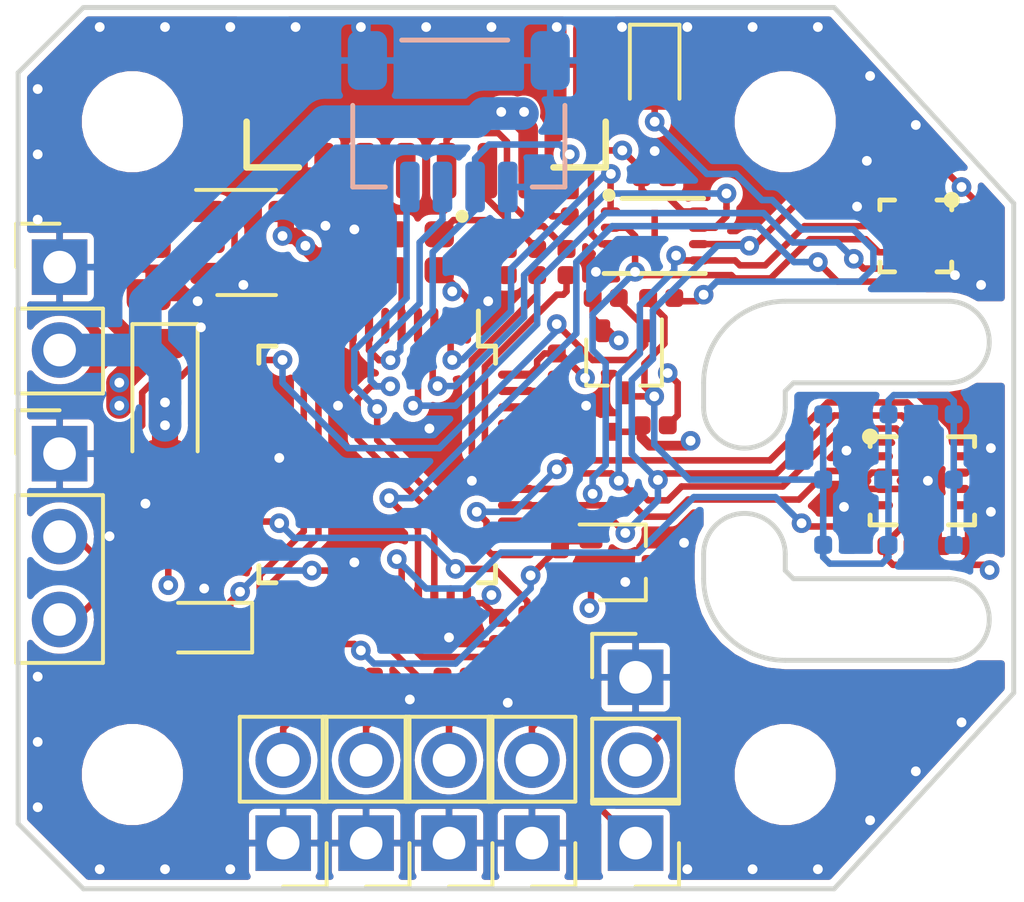
<source format=kicad_pcb>
(kicad_pcb (version 20171130) (host pcbnew 5.0.0-rc2-be01b52~65~ubuntu16.04.1)
  (layers (0 F.Cu signal) (1 In1.Cu signal) (2 In2.Cu jumper) (31 B.Cu signal) (34 B.Paste user) (35 F.Paste user) (36 B.SilkS user) (37 F.SilkS user) (38 B.Mask user) (39 F.Mask user) (44 Edge.Cuts user))
  (net 0 "")
  (net 1 /FLASH_CS)
  (net 2 /MISO)
  (net 3 +3V3)
  (net 4 GND)
  (net 5 /MOSI)
  (net 6 /SCK)
  (net 7 /FLASH_HOLD)
  (net 8 "Net-(U4-Pad46)")
  (net 9 "Net-(U4-Pad45)")
  (net 10 /BOOT0)
  (net 11 /IMU_CS)
  (net 12 /SWCLK)
  (net 13 /SWDIO)
  (net 14 /BAR_INT)
  (net 15 /IMU_INT)
  (net 16 /M4)
  (net 17 /M3)
  (net 18 /BUZZER)
  (net 19 /HEATER)
  (net 20 "Net-(U4-Pad15)")
  (net 21 "Net-(U4-Pad14)")
  (net 22 "Net-(U4-Pad13)")
  (net 23 /F.port)
  (net 24 /M2)
  (net 25 /M1)
  (net 26 /NRST)
  (net 27 "Net-(U4-Pad6)")
  (net 28 /CLK)
  (net 29 /BAR_CS)
  (net 30 "Net-(R24-Pad2)")
  (net 31 /ESC_TLM)
  (net 32 +5V)
  (net 33 "Net-(Q1-Pad1)")
  (net 34 "Net-(D1-Pad2)")
  (net 35 "Net-(D3-Pad2)")
  (net 36 "Net-(Q2-Pad1)")
  (net 37 /COM_RX)
  (net 38 "Net-(J10-Pad3)")
  (net 39 VAA)
  (net 40 /COM_TX)
  (net 41 "Net-(J10-Pad2)")
  (net 42 "Net-(C7-Pad1)")
  (net 43 "Net-(U2-Pad11)")
  (net 44 "Net-(U2-Pad10)")
  (net 45 "Net-(U2-Pad9)")
  (net 46 "Net-(J10-Pad4)")
  (net 47 "Net-(J10-Pad5)")
  (net 48 /V_HEAT)
  (net 49 /BUZZ_P)
  (net 50 /LED)
  (net 51 /F.port_P)
  (net 52 /M1_P)
  (net 53 /M2_P)
  (net 54 /M3_P)
  (net 55 /M4_P)
  (net 56 /ESC_TLM_P)
  (net 57 /VSYS)
  (module son:USON-8-3x2mm-EP (layer F.Cu) (at 146 83.5)
    (fp_text reference U1 hide)
    (fp_text value W25X40CLUXIG)
    (pad 1 smd oval (at -1.35 -0.75) (size 0.6 0.25) (layers F.Cu F.Paste F.Mask) (net 1 /FLASH_CS))
    (pad 2 smd oval (at -1.35 -0.25) (size 0.6 0.25) (layers F.Cu F.Paste F.Mask) (net 2 /MISO))
    (pad 3 smd oval (at -1.35 0.25) (size 0.6 0.25) (layers F.Cu F.Paste F.Mask) (net 3 +3V3))
    (pad 4 smd oval (at -1.35 0.75) (size 0.6 0.25) (layers F.Cu F.Paste F.Mask) (net 4 GND))
    (pad 5 smd oval (at 1.35 0.75) (size 0.6 0.25) (layers F.Cu F.Paste F.Mask) (net 5 /MOSI))
    (pad 6 smd oval (at 1.35 0.25) (size 0.6 0.25) (layers F.Cu F.Paste F.Mask) (net 6 /SCK))
    (pad 7 smd oval (at 1.35 -0.25) (size 0.6 0.25) (layers F.Cu F.Paste F.Mask) (net 7 /FLASH_HOLD))
    (pad 8 smd oval (at 1.35 -0.75) (size 0.6 0.25) (layers F.Cu F.Paste F.Mask) (net 3 +3V3))
    (pad 9 smd rect (at 0 0) (size 0.2 1.6) (layers F.Cu F.Paste F.Mask))
  )
  (module sot:SOT-23-5 (layer F.Cu) (at 133.5 83.7)
    (fp_text reference U5 hide)
    (fp_text value MIC5205-3.3)
    (pad 1 smd roundrect (at -1.2 -0.95) (size 1.06 0.65) (layers F.Cu F.Paste F.Mask) (net 57 /VSYS))
    (pad 2 smd roundrect (at -1.2 0) (size 1.06 0.65) (layers F.Cu F.Paste F.Mask) (net 4 GND))
    (pad 3 smd roundrect (at -1.2 0.95) (size 1.06 0.65) (layers F.Cu F.Paste F.Mask) (net 57 /VSYS))
    (pad 4 smd roundrect (at 1.2 0.95) (size 1.06 0.65) (layers F.Cu F.Paste F.Mask) (net 42 "Net-(C7-Pad1)"))
    (pad 5 smd roundrect (at 1.2 -0.95) (size 1.06 0.65) (layers F.Cu F.Paste F.Mask) (net 3 +3V3))
  )
  (module sot:SOT-323_SC-70 (layer F.Cu) (at 145 93.5)
    (fp_text reference Q2 hide)
    (fp_text value DMG1013UW)
    (pad 3 smd roundrect (at 0.95 0 270) (size 0.45 0.7) (layers F.Cu F.Paste F.Mask) (net 49 /BUZZ_P))
    (pad 2 smd roundrect (at -0.95 0.65 270) (size 0.45 0.7) (layers F.Cu F.Paste F.Mask) (net 57 /VSYS))
    (pad 1 smd roundrect (at -0.95 -0.65 270) (size 0.45 0.7) (layers F.Cu F.Paste F.Mask) (net 36 "Net-(Q2-Pad1)"))
  )
  (module sot:SOT-323_SC-70 (layer F.Cu) (at 145.0625 87.355 270)
    (fp_text reference Q1 hide)
    (fp_text value DMG1013UW)
    (pad 1 smd roundrect (at -0.95 -0.65 180) (size 0.45 0.7) (layers F.Cu F.Paste F.Mask) (net 33 "Net-(Q1-Pad1)"))
    (pad 2 smd roundrect (at -0.95 0.65 180) (size 0.45 0.7) (layers F.Cu F.Paste F.Mask) (net 57 /VSYS))
    (pad 3 smd roundrect (at 0.95 0 180) (size 0.45 0.7) (layers F.Cu F.Paste F.Mask) (net 48 /V_HEAT))
  )
  (module Connector_PinHeader_2.54mm:PinHeader_1x01_P2.54mm_Vertical (layer F.Cu) (at 145.415 102.1 180)
    (fp_text reference J5 hide)
    (fp_text value Conn_01x01 hide)
    (pad 1 thru_hole rect (at 0 0 180) (size 1.7 1.7) (drill 1) (layers *.Cu *.Mask) (net 56 /ESC_TLM_P))
  )
  (module Connector_PinHeader_2.54mm:PinHeader_1x02_P2.54mm_Vertical (layer F.Cu) (at 134.62 102.1 180)
    (fp_text reference J1 hide)
    (fp_text value Conn_01x02 hide)
    (pad 2 thru_hole oval (at 0 2.54 180) (size 1.7 1.7) (drill 1) (layers *.Cu *.Mask) (net 52 /M1_P))
    (pad 1 thru_hole rect (at 0 0 180) (size 1.7 1.7) (drill 1) (layers *.Cu *.Mask) (net 4 GND))
  )
  (module Connector_PinHeader_2.54mm:PinHeader_1x02_P2.54mm_Vertical (layer F.Cu) (at 145.415 97.02)
    (fp_text reference J7 hide)
    (fp_text value Conn_01x02 hide)
    (pad 1 thru_hole rect (at 0 0) (size 1.7 1.7) (drill 1) (layers *.Cu *.Mask) (net 4 GND))
    (pad 2 thru_hole oval (at 0 2.54) (size 1.7 1.7) (drill 1) (layers *.Cu *.Mask) (net 49 /BUZZ_P))
  )
  (module Connector_PinHeader_2.54mm:PinHeader_1x02_P2.54mm_Vertical (layer F.Cu) (at 137.16 102.1 180)
    (fp_text reference J2 hide)
    (fp_text value Conn_01x02 hide)
    (pad 2 thru_hole oval (at 0 2.54 180) (size 1.7 1.7) (drill 1) (layers *.Cu *.Mask) (net 53 /M2_P))
    (pad 1 thru_hole rect (at 0 0 180) (size 1.7 1.7) (drill 1) (layers *.Cu *.Mask) (net 4 GND))
  )
  (module Connector_PinHeader_2.54mm:PinHeader_1x02_P2.54mm_Vertical (layer F.Cu) (at 139.7 102.1 180)
    (fp_text reference J3 hide)
    (fp_text value Conn_01x02 hide)
    (pad 1 thru_hole rect (at 0 0 180) (size 1.7 1.7) (drill 1) (layers *.Cu *.Mask) (net 4 GND))
    (pad 2 thru_hole oval (at 0 2.54 180) (size 1.7 1.7) (drill 1) (layers *.Cu *.Mask) (net 54 /M3_P))
  )
  (module Connector_PinHeader_2.54mm:PinHeader_1x02_P2.54mm_Vertical (layer F.Cu) (at 142.24 102.1 180)
    (fp_text reference J4 hide)
    (fp_text value Conn_01x02 hide)
    (pad 2 thru_hole oval (at 0 2.54 180) (size 1.7 1.7) (drill 1) (layers *.Cu *.Mask) (net 55 /M4_P))
    (pad 1 thru_hole rect (at 0 0 180) (size 1.7 1.7) (drill 1) (layers *.Cu *.Mask) (net 4 GND))
  )
  (module Connector_PinHeader_2.54mm:PinHeader_1x02_P2.54mm_Vertical (layer F.Cu) (at 127.77 84.455)
    (fp_text reference J6 hide)
    (fp_text value Conn_01x02 hide)
    (pad 1 thru_hole rect (at 0 0) (size 1.7 1.7) (drill 1) (layers *.Cu *.Mask) (net 4 GND))
    (pad 2 thru_hole oval (at 0 2.54) (size 1.7 1.7) (drill 1) (layers *.Cu *.Mask) (net 32 +5V))
  )
  (module Connector_PinHeader_2.54mm:PinHeader_1x03_P2.54mm_Vertical (layer F.Cu) (at 127.77 90.17)
    (fp_text reference J8 hide)
    (fp_text value Conn_01x03 hide)
    (pad 1 thru_hole rect (at 0 0) (size 1.7 1.7) (drill 1) (layers *.Cu *.Mask) (net 4 GND))
    (pad 2 thru_hole oval (at 0 2.54) (size 1.7 1.7) (drill 1) (layers *.Cu *.Mask) (net 51 /F.port_P))
    (pad 3 thru_hole oval (at 0 5.08) (size 1.7 1.7) (drill 1) (layers *.Cu *.Mask) (net 57 /VSYS))
  )
  (module MountingHole:MountingHole_2.7mm_M2.5 (layer F.Cu) (at 150 100)
    (fp_text reference MK1 hide)
    (fp_text value Mounting_Hole hide)
    (pad 1 np_thru_hole circle (at 0 0) (size 2.7 2.7) (drill 2.7) (layers *.Cu *.Mask))
  )
  (module MountingHole:MountingHole_2.7mm_M2.5 (layer F.Cu) (at 130 80)
    (fp_text reference MK2 hide)
    (fp_text value Mounting_Hole hide)
    (pad 1 np_thru_hole circle (at 0 0) (size 2.7 2.7) (drill 2.7) (layers *.Cu *.Mask))
  )
  (module MountingHole:MountingHole_2.7mm_M2.5 (layer F.Cu) (at 130 100)
    (fp_text reference MK3 hide)
    (fp_text value Mounting_Hole hide)
    (pad 1 np_thru_hole circle (at 0 0) (size 2.7 2.7) (drill 2.7) (layers *.Cu *.Mask))
  )
  (module MountingHole:MountingHole_2.7mm_M2.5 (layer F.Cu) (at 150 80)
    (fp_text reference MK4 hide)
    (fp_text value Mounting_Hole hide)
    (pad 1 np_thru_hole circle (at 0 0) (size 2.7 2.7) (drill 2.7) (layers *.Cu *.Mask))
  )
  (module connectors:SM06B-GHS-TB (layer F.Cu) (at 139 79.5)
    (fp_text reference J10 hide)
    (fp_text value Dronecode_Telemetry)
    (pad 1 smd roundrect (at 3.125 2 90) (size 1.7 0.6) (layers F.Cu F.Paste F.Mask) (net 32 +5V))
    (pad 2 smd roundrect (at 1.875 2 90) (size 1.7 0.6) (layers F.Cu F.Paste F.Mask) (net 41 "Net-(J10-Pad2)"))
    (pad 0 smd roundrect (at -5 -1.25 90) (size 2.7 1) (layers F.Cu F.Paste F.Mask) (net 4 GND))
    (pad 0 smd roundrect (at 5 -1.25 90) (size 2.7 1) (layers F.Cu F.Paste F.Mask) (net 4 GND))
    (pad 3 smd roundrect (at 0.625 2 90) (size 1.7 0.6) (layers F.Cu F.Paste F.Mask) (net 38 "Net-(J10-Pad3)"))
    (pad 4 smd roundrect (at -0.625 2 90) (size 1.7 0.6) (layers F.Cu F.Paste F.Mask) (net 46 "Net-(J10-Pad4)"))
    (pad 5 smd roundrect (at -1.875 2 90) (size 1.7 0.6) (layers F.Cu F.Paste F.Mask) (net 47 "Net-(J10-Pad5)"))
    (pad 6 smd roundrect (at -3.125 2 90) (size 1.7 0.6) (layers F.Cu F.Paste F.Mask) (net 4 GND))
  )
  (module connectors:jst-sh-hor-4 (layer B.Cu) (at 140 82)
    (fp_text reference J9 hide)
    (fp_text value swd-4)
    (pad 0 smd roundrect (at 2.8 -3.875 180) (size 1.2 1.8) (layers B.Cu B.Paste B.Mask) (net 4 GND))
    (pad 0 smd roundrect (at -2.8 -3.875 180) (size 1.2 1.8) (layers B.Cu B.Paste B.Mask) (net 4 GND))
    (pad 1 smd roundrect (at -1.5 0) (size 0.6 1.55) (layers B.Cu B.Paste B.Mask) (net 12 /SWCLK))
    (pad 2 smd roundrect (at -0.5 0) (size 0.6 1.55) (layers B.Cu B.Paste B.Mask) (net 13 /SWDIO))
    (pad 3 smd roundrect (at 0.5 0) (size 0.6 1.55) (layers B.Cu B.Paste B.Mask) (net 26 /NRST))
    (pad 4 smd roundrect (at 1.5 0) (size 0.6 1.55) (layers B.Cu B.Paste B.Mask) (net 4 GND))
  )
  (module crystals:Crystal_4Pin_2.0x1.6mm (layer F.Cu) (at 138.7 84 180)
    (fp_text reference X1 hide)
    (fp_text value SIT8008BI-71-33S-16.000000G)
    (pad 4 smd roundrect (at -0.7 -0.55 180) (size 0.9 0.8) (layers F.Cu F.Paste F.Mask) (net 3 +3V3))
    (pad 3 smd roundrect (at 0.7 -0.55 180) (size 0.9 0.8) (layers F.Cu F.Paste F.Mask) (net 28 /CLK))
    (pad 2 smd roundrect (at 0.7 0.55 180) (size 0.9 0.8) (layers F.Cu F.Paste F.Mask) (net 4 GND))
    (pad 1 smd roundrect (at -0.7 0.55 180) (size 0.9 0.8) (layers F.Cu F.Paste F.Mask) (net 30 "Net-(R24-Pad2)"))
  )
  (module lga:HLGA-10L-2.0x2.0-BMP388 (layer F.Cu) (at 154 83.5 270)
    (fp_text reference U3 hide)
    (fp_text value BMP388)
    (pad 1 smd oval (at -0.7625 -0.25 90) (size 0.35 0.25) (layers F.Cu F.Paste F.Mask) (net 39 VAA))
    (pad 2 smd oval (at -0.7625 0.25 90) (size 0.35 0.25) (layers F.Cu F.Paste F.Mask) (net 6 /SCK))
    (pad 9 smd oval (at 0 -0.7625) (size 0.35 0.25) (layers F.Cu F.Paste F.Mask) (net 4 GND))
    (pad 10 smd oval (at -0.5 -0.7625) (size 0.35 0.25) (layers F.Cu F.Paste F.Mask) (net 39 VAA))
    (pad 8 smd oval (at 0.5 -0.7625) (size 0.35 0.25) (layers F.Cu F.Paste F.Mask) (net 4 GND))
    (pad 7 smd oval (at 0.7625 -0.25 90) (size 0.35 0.25) (layers F.Cu F.Paste F.Mask) (net 14 /BAR_INT))
    (pad 6 smd oval (at 0.7625 0.25 90) (size 0.35 0.25) (layers F.Cu F.Paste F.Mask) (net 29 /BAR_CS))
    (pad 3 smd oval (at -0.5 0.7625) (size 0.35 0.25) (layers F.Cu F.Paste F.Mask) (net 4 GND))
    (pad 4 smd oval (at 0 0.7625) (size 0.35 0.25) (layers F.Cu F.Paste F.Mask) (net 5 /MOSI))
    (pad 5 smd oval (at 0.5 0.7625) (size 0.35 0.25) (layers F.Cu F.Paste F.Mask) (net 2 /MISO))
  )
  (module lga:LGA-14-2.5x3 (layer F.Cu) (at 154.2 91)
    (fp_text reference U2 hide)
    (fp_text value ISM330DLC)
    (pad 1 smd oval (at -1.175 -0.75) (size 0.55 0.25) (layers F.Cu F.Paste F.Mask) (net 2 /MISO))
    (pad 2 smd oval (at -1.175 -0.25) (size 0.55 0.25) (layers F.Cu F.Paste F.Mask) (net 4 GND))
    (pad 3 smd oval (at -1.175 0.25) (size 0.55 0.25) (layers F.Cu F.Paste F.Mask) (net 4 GND))
    (pad 4 smd oval (at -1.175 0.75) (size 0.55 0.25) (layers F.Cu F.Paste F.Mask) (net 15 /IMU_INT))
    (pad 11 smd oval (at 1.175 -0.75) (size 0.55 0.25) (layers F.Cu F.Paste F.Mask) (net 43 "Net-(U2-Pad11)"))
    (pad 10 smd oval (at 1.175 -0.25) (size 0.55 0.25) (layers F.Cu F.Paste F.Mask) (net 44 "Net-(U2-Pad10)"))
    (pad 9 smd oval (at 1.175 0.25) (size 0.55 0.25) (layers F.Cu F.Paste F.Mask) (net 45 "Net-(U2-Pad9)"))
    (pad 8 smd oval (at 1.175 0.75) (size 0.55 0.25) (layers F.Cu F.Paste F.Mask) (net 39 VAA))
    (pad 14 smd oval (at -0.5 -0.925 90) (size 0.55 0.25) (layers F.Cu F.Paste F.Mask) (net 5 /MOSI))
    (pad 13 smd oval (at 0 -0.925 90) (size 0.55 0.25) (layers F.Cu F.Paste F.Mask) (net 6 /SCK))
    (pad 12 smd oval (at 0.5 -0.925 90) (size 0.55 0.25) (layers F.Cu F.Paste F.Mask) (net 11 /IMU_CS))
    (pad 5 smd oval (at -0.5 0.925 90) (size 0.55 0.25) (layers F.Cu F.Paste F.Mask) (net 39 VAA))
    (pad 6 smd oval (at 0 0.925 90) (size 0.55 0.25) (layers F.Cu F.Paste F.Mask) (net 4 GND))
    (pad 7 smd oval (at 0.5 0.925 90) (size 0.55 0.25) (layers F.Cu F.Paste F.Mask) (net 4 GND))
  )
  (module passive:C_0402_1005Metric_Rounded (layer F.Cu) (at 136.4 84.1)
    (fp_text reference C9 hide)
    (fp_text value 4.7u)
    (pad 2 smd roundrect (at 0.4 0) (size 0.55 0.55) (layers F.Cu F.Paste F.Mask) (net 4 GND))
    (pad 1 smd roundrect (at -0.4 0) (size 0.55 0.55) (layers F.Cu F.Paste F.Mask) (net 3 +3V3))
  )
  (module passive:C_0402_1005Metric_Rounded (layer F.Cu) (at 141.2 95.6 270)
    (fp_text reference C13 hide)
    (fp_text value 100n)
    (pad 1 smd roundrect (at -0.4 0 270) (size 0.55 0.55) (layers F.Cu F.Paste F.Mask) (net 3 +3V3))
    (pad 2 smd roundrect (at 0.4 0 270) (size 0.55 0.55) (layers F.Cu F.Paste F.Mask) (net 4 GND))
  )
  (module passive:C_0402_1005Metric_Rounded (layer F.Cu) (at 156 83.5 270)
    (fp_text reference C3 hide)
    (fp_text value 100n)
    (pad 2 smd roundrect (at 0.4 0 270) (size 0.55 0.55) (layers F.Cu F.Paste F.Mask) (net 4 GND))
    (pad 1 smd roundrect (at -0.4 0 270) (size 0.55 0.55) (layers F.Cu F.Paste F.Mask) (net 39 VAA))
  )
  (module passive:C_0402_1005Metric_Rounded (layer F.Cu) (at 153.5 93)
    (fp_text reference C4 hide)
    (fp_text value 100n)
    (pad 1 smd roundrect (at -0.4 0) (size 0.55 0.55) (layers F.Cu F.Paste F.Mask) (net 39 VAA))
    (pad 2 smd roundrect (at 0.4 0) (size 0.55 0.55) (layers F.Cu F.Paste F.Mask) (net 4 GND))
  )
  (module passive:C_0402_1005Metric_Rounded (layer F.Cu) (at 146 81.7)
    (fp_text reference C5 hide)
    (fp_text value 100n)
    (pad 2 smd roundrect (at 0.4 0) (size 0.55 0.55) (layers F.Cu F.Paste F.Mask) (net 4 GND))
    (pad 1 smd roundrect (at -0.4 0) (size 0.55 0.55) (layers F.Cu F.Paste F.Mask) (net 3 +3V3))
  )
  (module passive:C_0402_1005Metric_Rounded (layer F.Cu) (at 133.2 85.8 180)
    (fp_text reference C7 hide)
    (fp_text value 100n)
    (pad 1 smd roundrect (at -0.4 0 180) (size 0.55 0.55) (layers F.Cu F.Paste F.Mask) (net 42 "Net-(C7-Pad1)"))
    (pad 2 smd roundrect (at 0.4 0 180) (size 0.55 0.55) (layers F.Cu F.Paste F.Mask) (net 4 GND))
  )
  (module passive:C_0402_1005Metric_Rounded (layer F.Cu) (at 144.3 89.5 180)
    (fp_text reference C8 hide)
    (fp_text value 4.7u)
    (pad 2 smd roundrect (at 0.4 0 180) (size 0.55 0.55) (layers F.Cu F.Paste F.Mask) (net 4 GND))
    (pad 1 smd roundrect (at -0.4 0 180) (size 0.55 0.55) (layers F.Cu F.Paste F.Mask) (net 39 VAA))
  )
  (module passive:C_0402_1005Metric_Rounded (layer F.Cu) (at 140.5 84.3 90)
    (fp_text reference C10 hide)
    (fp_text value 100n)
    (pad 1 smd roundrect (at -0.4 0 90) (size 0.55 0.55) (layers F.Cu F.Paste F.Mask) (net 4 GND))
    (pad 2 smd roundrect (at 0.4 0 90) (size 0.55 0.55) (layers F.Cu F.Paste F.Mask) (net 3 +3V3))
  )
  (module passive:C_0402_1005Metric_Rounded (layer F.Cu) (at 131.1 93 90)
    (fp_text reference C11 hide)
    (fp_text value 4.7u)
    (pad 2 smd roundrect (at 0.4 0 90) (size 0.55 0.55) (layers F.Cu F.Paste F.Mask) (net 4 GND))
    (pad 1 smd roundrect (at -0.4 0 90) (size 0.55 0.55) (layers F.Cu F.Paste F.Mask) (net 3 +3V3))
  )
  (module passive:C_0402_1005Metric_Rounded (layer F.Cu) (at 132 93 90)
    (fp_text reference C12 hide)
    (fp_text value 100n)
    (pad 1 smd roundrect (at -0.4 0 90) (size 0.55 0.55) (layers F.Cu F.Paste F.Mask) (net 3 +3V3))
    (pad 2 smd roundrect (at 0.4 0 90) (size 0.55 0.55) (layers F.Cu F.Paste F.Mask) (net 4 GND))
  )
  (module passive:C_0402_1005Metric_Rounded (layer F.Cu) (at 136.4 85)
    (fp_text reference C14 hide)
    (fp_text value 100n)
    (pad 2 smd roundrect (at 0.4 0) (size 0.55 0.55) (layers F.Cu F.Paste F.Mask) (net 4 GND))
    (pad 1 smd roundrect (at -0.4 0) (size 0.55 0.55) (layers F.Cu F.Paste F.Mask) (net 3 +3V3))
  )
  (module passive:C_0402_1005Metric_Rounded (layer F.Cu) (at 143.4 82.5 90)
    (fp_text reference C15 hide)
    (fp_text value 100n)
    (pad 2 smd roundrect (at 0.4 0 90) (size 0.55 0.55) (layers F.Cu F.Paste F.Mask) (net 26 /NRST))
    (pad 1 smd roundrect (at -0.4 0 90) (size 0.55 0.55) (layers F.Cu F.Paste F.Mask) (net 4 GND))
  )
  (module passive:C_0402_1005Metric_Rounded (layer F.Cu) (at 143 87.5 270)
    (fp_text reference C16 hide)
    (fp_text value 100n)
    (pad 2 smd roundrect (at 0.4 0 270) (size 0.55 0.55) (layers F.Cu F.Paste F.Mask) (net 4 GND))
    (pad 1 smd roundrect (at -0.4 0 270) (size 0.55 0.55) (layers F.Cu F.Paste F.Mask) (net 3 +3V3))
  )
  (module passive:C_0402_1005Metric_Rounded (layer F.Cu) (at 155.2 93 180)
    (fp_text reference C2 hide)
    (fp_text value 100n)
    (pad 1 smd roundrect (at -0.4 0 180) (size 0.55 0.55) (layers F.Cu F.Paste F.Mask) (net 39 VAA))
    (pad 2 smd roundrect (at 0.4 0 180) (size 0.55 0.55) (layers F.Cu F.Paste F.Mask) (net 4 GND))
  )
  (module passive:C_0402_1005Metric_Rounded (layer F.Cu) (at 154 81.5 180)
    (fp_text reference C1 hide)
    (fp_text value 100n)
    (pad 2 smd roundrect (at 0.4 0 180) (size 0.55 0.55) (layers F.Cu F.Paste F.Mask) (net 4 GND))
    (pad 1 smd roundrect (at -0.4 0 180) (size 0.55 0.55) (layers F.Cu F.Paste F.Mask) (net 39 VAA))
  )
  (module passive:C_0805 (layer F.Cu) (at 130.5 84.5 270)
    (fp_text reference C6 hide)
    (fp_text value 22u)
    (pad 1 smd roundrect (at -0.8 0 270) (size 0.95 1.35) (layers F.Cu F.Paste F.Mask) (net 57 /VSYS))
    (pad 2 smd roundrect (at 0.8 0 270) (size 0.95 1.35) (layers F.Cu F.Paste F.Mask) (net 4 GND))
  )
  (module passive:D_0603_1608Metric_Rounded (layer F.Cu) (at 146 78.5 270)
    (fp_text reference D1 hide)
    (fp_text value LED)
    (pad 2 smd roundrect (at 0.8 0 270) (size 0.67 1) (layers F.Cu F.Paste F.Mask) (net 34 "Net-(D1-Pad2)"))
    (pad 1 smd roundrect (at -0.8 0 270) (size 0.67 1) (layers F.Cu F.Paste F.Mask) (net 4 GND))
  )
  (module passive:D_0603_1608Metric_Rounded (layer F.Cu) (at 132.2 95.5 180)
    (fp_text reference D3 hide)
    (fp_text value LED)
    (pad 1 smd roundrect (at -0.8 0 180) (size 0.67 1) (layers F.Cu F.Paste F.Mask) (net 50 /LED))
    (pad 2 smd roundrect (at 0.8 0 180) (size 0.67 1) (layers F.Cu F.Paste F.Mask) (net 35 "Net-(D3-Pad2)"))
  )
  (module passive:D_SOD-123 (layer F.Cu) (at 131 88.5 270)
    (fp_text reference D2 hide)
    (fp_text value PMEG4005EGWX)
    (pad 1 smd roundrect (at -1.7 0 270) (size 0.9 1.2) (layers F.Cu F.Paste F.Mask) (net 57 /VSYS))
    (pad 2 smd roundrect (at 1.7 0 270) (size 0.9 1.2) (layers F.Cu F.Paste F.Mask) (net 32 +5V))
  )
  (module passive:R_0402_1005Metric_Rounded (layer B.Cu) (at 151.561949 90.963849)
    (fp_text reference R18 hide)
    (fp_text value 180)
    (pad 2 smd roundrect (at 0.4 0) (size 0.55 0.55) (layers B.Cu B.Paste B.Mask) (net 4 GND))
    (pad 1 smd roundrect (at -0.4 0) (size 0.55 0.55) (layers B.Cu B.Paste B.Mask) (net 48 /V_HEAT))
  )
  (module passive:R_0402_1005Metric_Rounded (layer F.Cu) (at 134.5 97 180)
    (fp_text reference R2 hide)
    (fp_text value 100)
    (pad 1 smd roundrect (at -0.4 0 180) (size 0.55 0.55) (layers F.Cu F.Paste F.Mask) (net 52 /M1_P))
    (pad 2 smd roundrect (at 0.4 0 180) (size 0.55 0.55) (layers F.Cu F.Paste F.Mask) (net 25 /M1))
  )
  (module passive:R_0402_1005Metric_Rounded (layer F.Cu) (at 131.6 91.7)
    (fp_text reference R1 hide)
    (fp_text value 180)
    (pad 2 smd roundrect (at 0.4 0) (size 0.55 0.55) (layers F.Cu F.Paste F.Mask) (net 19 /HEATER))
    (pad 1 smd roundrect (at -0.4 0) (size 0.55 0.55) (layers F.Cu F.Paste F.Mask) (net 33 "Net-(Q1-Pad1)"))
  )
  (module passive:R_0402_1005Metric_Rounded (layer B.Cu) (at 155.561949 92.963849)
    (fp_text reference R16 hide)
    (fp_text value 180)
    (pad 1 smd roundrect (at -0.4 0) (size 0.55 0.55) (layers B.Cu B.Paste B.Mask) (net 48 /V_HEAT))
    (pad 2 smd roundrect (at 0.4 0) (size 0.55 0.55) (layers B.Cu B.Paste B.Mask) (net 4 GND))
  )
  (module passive:R_0402_1005Metric_Rounded (layer F.Cu) (at 139.9 97 180)
    (fp_text reference R4 hide)
    (fp_text value 100)
    (pad 2 smd roundrect (at 0.4 0 180) (size 0.55 0.55) (layers F.Cu F.Paste F.Mask) (net 17 /M3))
    (pad 1 smd roundrect (at -0.4 0 180) (size 0.55 0.55) (layers F.Cu F.Paste F.Mask) (net 54 /M3_P))
  )
  (module passive:R_0402_1005Metric_Rounded (layer B.Cu) (at 151.561949 88.963849)
    (fp_text reference R17 hide)
    (fp_text value 180)
    (pad 1 smd roundrect (at -0.4 0) (size 0.55 0.55) (layers B.Cu B.Paste B.Mask) (net 48 /V_HEAT))
    (pad 2 smd roundrect (at 0.4 0) (size 0.55 0.55) (layers B.Cu B.Paste B.Mask) (net 4 GND))
  )
  (module passive:R_0402_1005Metric_Rounded (layer F.Cu) (at 130.2 93 90)
    (fp_text reference R19 hide)
    (fp_text value 100)
    (pad 2 smd roundrect (at 0.4 0 90) (size 0.55 0.55) (layers F.Cu F.Paste F.Mask) (net 23 /F.port))
    (pad 1 smd roundrect (at -0.4 0 90) (size 0.55 0.55) (layers F.Cu F.Paste F.Mask) (net 51 /F.port_P))
  )
  (module passive:R_0402_1005Metric_Rounded (layer F.Cu) (at 143.1 93.5 270)
    (fp_text reference R20 hide)
    (fp_text value 10k)
    (pad 1 smd roundrect (at -0.4 0 270) (size 0.55 0.55) (layers F.Cu F.Paste F.Mask) (net 36 "Net-(Q2-Pad1)"))
    (pad 2 smd roundrect (at 0.4 0 270) (size 0.55 0.55) (layers F.Cu F.Paste F.Mask) (net 57 /VSYS))
  )
  (module passive:R_0402_1005Metric_Rounded (layer F.Cu) (at 142.4 84.3 270)
    (fp_text reference R21 hide)
    (fp_text value 100)
    (pad 2 smd roundrect (at 0.4 0 270) (size 0.55 0.55) (layers F.Cu F.Paste F.Mask) (net 40 /COM_TX))
    (pad 1 smd roundrect (at -0.4 0 270) (size 0.55 0.55) (layers F.Cu F.Paste F.Mask) (net 41 "Net-(J10-Pad2)"))
  )
  (module passive:R_0402_1005Metric_Rounded (layer F.Cu) (at 146 89.3)
    (fp_text reference L1 hide)
    (fp_text value MAF1005GAD352AT000)
    (pad 1 smd roundrect (at -0.4 0) (size 0.55 0.55) (layers F.Cu F.Paste F.Mask) (net 39 VAA))
    (pad 2 smd roundrect (at 0.4 0) (size 0.55 0.55) (layers F.Cu F.Paste F.Mask) (net 3 +3V3))
  )
  (module passive:R_0402_1005Metric_Rounded (layer F.Cu) (at 143.3 84.3 270)
    (fp_text reference R22 hide)
    (fp_text value 100)
    (pad 2 smd roundrect (at 0.4 0 270) (size 0.55 0.55) (layers F.Cu F.Paste F.Mask) (net 37 /COM_RX))
    (pad 1 smd roundrect (at -0.4 0 270) (size 0.55 0.55) (layers F.Cu F.Paste F.Mask) (net 38 "Net-(J10-Pad3)"))
  )
  (module passive:R_0402_1005Metric_Rounded (layer F.Cu) (at 135.8 96 180)
    (fp_text reference R23 hide)
    (fp_text value 180)
    (pad 1 smd roundrect (at -0.4 0 180) (size 0.55 0.55) (layers F.Cu F.Paste F.Mask) (net 36 "Net-(Q2-Pad1)"))
    (pad 2 smd roundrect (at 0.4 0 180) (size 0.55 0.55) (layers F.Cu F.Paste F.Mask) (net 18 /BUZZER))
  )
  (module passive:R_0402_1005Metric_Rounded (layer F.Cu) (at 137 97 180)
    (fp_text reference R3 hide)
    (fp_text value 100)
    (pad 2 smd roundrect (at 0.4 0 180) (size 0.55 0.55) (layers F.Cu F.Paste F.Mask) (net 24 /M2))
    (pad 1 smd roundrect (at -0.4 0 180) (size 0.55 0.55) (layers F.Cu F.Paste F.Mask) (net 53 /M2_P))
  )
  (module passive:R_0402_1005Metric_Rounded (layer F.Cu) (at 130.2 94.7 90)
    (fp_text reference R25 hide)
    (fp_text value 180)
    (pad 1 smd roundrect (at -0.4 0 90) (size 0.55 0.55) (layers F.Cu F.Paste F.Mask) (net 35 "Net-(D3-Pad2)"))
    (pad 2 smd roundrect (at 0.4 0 90) (size 0.55 0.55) (layers F.Cu F.Paste F.Mask) (net 57 /VSYS))
  )
  (module passive:R_0402_1005Metric_Rounded (layer F.Cu) (at 142.5 97 180)
    (fp_text reference R5 hide)
    (fp_text value 100)
    (pad 2 smd roundrect (at 0.4 0 180) (size 0.55 0.55) (layers F.Cu F.Paste F.Mask) (net 16 /M4))
    (pad 1 smd roundrect (at -0.4 0 180) (size 0.55 0.55) (layers F.Cu F.Paste F.Mask) (net 55 /M4_P))
  )
  (module passive:R_0402_1005Metric_Rounded (layer F.Cu) (at 146.2 85.4)
    (fp_text reference R6 hide)
    (fp_text value 1k)
    (pad 1 smd roundrect (at -0.4 0) (size 0.55 0.55) (layers F.Cu F.Paste F.Mask) (net 48 /V_HEAT))
    (pad 2 smd roundrect (at 0.4 0) (size 0.55 0.55) (layers F.Cu F.Paste F.Mask) (net 34 "Net-(D1-Pad2)"))
  )
  (module passive:R_0402_1005Metric_Rounded (layer F.Cu) (at 144.5 85.4 180)
    (fp_text reference R7 hide)
    (fp_text value 10k)
    (pad 2 smd roundrect (at 0.4 0 180) (size 0.55 0.55) (layers F.Cu F.Paste F.Mask) (net 57 /VSYS))
    (pad 1 smd roundrect (at -0.4 0 180) (size 0.55 0.55) (layers F.Cu F.Paste F.Mask) (net 33 "Net-(Q1-Pad1)"))
  )
  (module passive:R_0402_1005Metric_Rounded (layer B.Cu) (at 153.561949 92.963849)
    (fp_text reference R8 hide)
    (fp_text value 180)
    (pad 1 smd roundrect (at -0.4 0) (size 0.55 0.55) (layers B.Cu B.Paste B.Mask) (net 48 /V_HEAT))
    (pad 2 smd roundrect (at 0.4 0) (size 0.55 0.55) (layers B.Cu B.Paste B.Mask) (net 4 GND))
  )
  (module passive:R_0402_1005Metric_Rounded (layer B.Cu) (at 153.4 90.963849)
    (fp_text reference R10 hide)
    (fp_text value 180)
    (pad 2 smd roundrect (at 0.4 0) (size 0.55 0.55) (layers B.Cu B.Paste B.Mask) (net 4 GND))
    (pad 1 smd roundrect (at -0.4 0) (size 0.55 0.55) (layers B.Cu B.Paste B.Mask) (net 48 /V_HEAT))
  )
  (module passive:R_0402_1005Metric_Rounded (layer F.Cu) (at 142.5 96 180)
    (fp_text reference R11 hide)
    (fp_text value 1k)
    (pad 1 smd roundrect (at -0.4 0 180) (size 0.55 0.55) (layers F.Cu F.Paste F.Mask) (net 56 /ESC_TLM_P))
    (pad 2 smd roundrect (at 0.4 0 180) (size 0.55 0.55) (layers F.Cu F.Paste F.Mask) (net 3 +3V3))
  )
  (module passive:R_0402_1005Metric_Rounded (layer F.Cu) (at 142.5 95.1 180)
    (fp_text reference R12 hide)
    (fp_text value 100)
    (pad 2 smd roundrect (at 0.4 0 180) (size 0.55 0.55) (layers F.Cu F.Paste F.Mask) (net 31 /ESC_TLM))
    (pad 1 smd roundrect (at -0.4 0 180) (size 0.55 0.55) (layers F.Cu F.Paste F.Mask) (net 56 /ESC_TLM_P))
  )
  (module passive:R_0402_1005Metric_Rounded (layer B.Cu) (at 155.561949 90.963849)
    (fp_text reference R13 hide)
    (fp_text value 180)
    (pad 1 smd roundrect (at -0.4 0) (size 0.55 0.55) (layers B.Cu B.Paste B.Mask) (net 48 /V_HEAT))
    (pad 2 smd roundrect (at 0.4 0) (size 0.55 0.55) (layers B.Cu B.Paste B.Mask) (net 4 GND))
  )
  (module passive:R_0402_1005Metric_Rounded (layer B.Cu) (at 151.561949 92.963849)
    (fp_text reference R14 hide)
    (fp_text value 180)
    (pad 2 smd roundrect (at 0.4 0) (size 0.55 0.55) (layers B.Cu B.Paste B.Mask) (net 4 GND))
    (pad 1 smd roundrect (at -0.4 0) (size 0.55 0.55) (layers B.Cu B.Paste B.Mask) (net 48 /V_HEAT))
  )
  (module passive:R_0402_1005Metric_Rounded (layer B.Cu) (at 155.561949 88.963849)
    (fp_text reference R15 hide)
    (fp_text value 180)
    (pad 1 smd roundrect (at -0.4 0) (size 0.55 0.55) (layers B.Cu B.Paste B.Mask) (net 48 /V_HEAT))
    (pad 2 smd roundrect (at 0.4 0) (size 0.55 0.55) (layers B.Cu B.Paste B.Mask) (net 4 GND))
  )
  (module passive:R_0402_1005Metric_Rounded (layer F.Cu) (at 143 89.25 90)
    (fp_text reference R26 hide)
    (fp_text value 10k)
    (pad 2 smd roundrect (at 0.4 0 90) (size 0.55 0.55) (layers F.Cu F.Paste F.Mask) (net 4 GND))
    (pad 1 smd roundrect (at -0.4 0 90) (size 0.55 0.55) (layers F.Cu F.Paste F.Mask) (net 10 /BOOT0))
  )
  (module passive:R_0402_1005Metric_Rounded (layer F.Cu) (at 141.5 84.3 90)
    (fp_text reference R24 hide)
    (fp_text value 10k)
    (pad 1 smd roundrect (at -0.4 0 90) (size 0.55 0.55) (layers F.Cu F.Paste F.Mask) (net 3 +3V3))
    (pad 2 smd roundrect (at 0.4 0 90) (size 0.55 0.55) (layers F.Cu F.Paste F.Mask) (net 30 "Net-(R24-Pad2)"))
  )
  (module passive:R_0402_1005Metric_Rounded (layer B.Cu) (at 153.561949 88.963849)
    (fp_text reference R9 hide)
    (fp_text value 180)
    (pad 2 smd roundrect (at 0.4 0) (size 0.55 0.55) (layers B.Cu B.Paste B.Mask) (net 4 GND))
    (pad 1 smd roundrect (at -0.4 0) (size 0.55 0.55) (layers B.Cu B.Paste B.Mask) (net 48 /V_HEAT))
  )
  (module qfp:LQFP-48_7x7mm_Pitch0.5mm (layer F.Cu) (at 137.5 90.5 270)
    (fp_text reference U4 hide)
    (fp_text value stm32f302x)
    (pad 48 smd oval (at -2.75 -4.25) (size 1.1 0.25) (layers F.Cu F.Paste F.Mask) (net 3 +3V3))
    (pad 47 smd oval (at -2.25 -4.25) (size 1.1 0.25) (layers F.Cu F.Paste F.Mask) (net 4 GND))
    (pad 46 smd oval (at -1.75 -4.25) (size 1.1 0.25) (layers F.Cu F.Paste F.Mask) (net 8 "Net-(U4-Pad46)"))
    (pad 45 smd oval (at -1.25 -4.25) (size 1.1 0.25) (layers F.Cu F.Paste F.Mask) (net 9 "Net-(U4-Pad45)"))
    (pad 44 smd oval (at -0.75 -4.25) (size 1.1 0.25) (layers F.Cu F.Paste F.Mask) (net 10 /BOOT0))
    (pad 43 smd oval (at -0.25 -4.25) (size 1.1 0.25) (layers F.Cu F.Paste F.Mask) (net 37 /COM_RX))
    (pad 42 smd oval (at 0.25 -4.25) (size 1.1 0.25) (layers F.Cu F.Paste F.Mask) (net 40 /COM_TX))
    (pad 41 smd oval (at 0.75 -4.25) (size 1.1 0.25) (layers F.Cu F.Paste F.Mask) (net 5 /MOSI))
    (pad 40 smd oval (at 1.25 -4.25) (size 1.1 0.25) (layers F.Cu F.Paste F.Mask) (net 2 /MISO))
    (pad 39 smd oval (at 1.75 -4.25) (size 1.1 0.25) (layers F.Cu F.Paste F.Mask) (net 6 /SCK))
    (pad 38 smd oval (at 2.25 -4.25) (size 1.1 0.25) (layers F.Cu F.Paste F.Mask) (net 11 /IMU_CS))
    (pad 37 smd oval (at 2.75 -4.25) (size 1.1 0.25) (layers F.Cu F.Paste F.Mask) (net 12 /SWCLK))
    (pad 36 smd oval (at 4.25 -2.75 270) (size 1.1 0.25) (layers F.Cu F.Paste F.Mask) (net 3 +3V3))
    (pad 35 smd oval (at 4.25 -2.25 270) (size 1.1 0.25) (layers F.Cu F.Paste F.Mask) (net 4 GND))
    (pad 34 smd oval (at 4.25 -1.75 270) (size 1.1 0.25) (layers F.Cu F.Paste F.Mask) (net 13 /SWDIO))
    (pad 33 smd oval (at 4.25 -1.25 270) (size 1.1 0.25) (layers F.Cu F.Paste F.Mask) (net 14 /BAR_INT))
    (pad 32 smd oval (at 4.25 -0.75 270) (size 1.1 0.25) (layers F.Cu F.Paste F.Mask) (net 15 /IMU_INT))
    (pad 31 smd oval (at 4.25 -0.25 270) (size 1.1 0.25) (layers F.Cu F.Paste F.Mask) (net 16 /M4))
    (pad 30 smd oval (at 4.25 0.25 270) (size 1.1 0.25) (layers F.Cu F.Paste F.Mask) (net 17 /M3))
    (pad 29 smd oval (at 4.25 0.75 270) (size 1.1 0.25) (layers F.Cu F.Paste F.Mask))
    (pad 28 smd oval (at 4.25 1.25 270) (size 1.1 0.25) (layers F.Cu F.Paste F.Mask) (net 50 /LED))
    (pad 27 smd oval (at 4.25 1.75 270) (size 1.1 0.25) (layers F.Cu F.Paste F.Mask) (net 18 /BUZZER))
    (pad 26 smd oval (at 4.25 2.25 270) (size 1.1 0.25) (layers F.Cu F.Paste F.Mask))
    (pad 25 smd oval (at 4.25 2.75 270) (size 1.1 0.25) (layers F.Cu F.Paste F.Mask))
    (pad 24 smd oval (at 2.75 4.25) (size 1.1 0.25) (layers F.Cu F.Paste F.Mask) (net 3 +3V3))
    (pad 23 smd oval (at 2.25 4.25) (size 1.1 0.25) (layers F.Cu F.Paste F.Mask) (net 4 GND))
    (pad 22 smd oval (at 1.75 4.25) (size 1.1 0.25) (layers F.Cu F.Paste F.Mask) (net 31 /ESC_TLM))
    (pad 21 smd oval (at 1.25 4.25) (size 1.1 0.25) (layers F.Cu F.Paste F.Mask))
    (pad 20 smd oval (at 0.75 4.25) (size 1.1 0.25) (layers F.Cu F.Paste F.Mask))
    (pad 19 smd oval (at 0.25 4.25) (size 1.1 0.25) (layers F.Cu F.Paste F.Mask))
    (pad 18 smd oval (at -0.25 4.25) (size 1.1 0.25) (layers F.Cu F.Paste F.Mask))
    (pad 17 smd oval (at -0.75 4.25) (size 1.1 0.25) (layers F.Cu F.Paste F.Mask))
    (pad 16 smd oval (at -1.25 4.25) (size 1.1 0.25) (layers F.Cu F.Paste F.Mask) (net 19 /HEATER))
    (pad 15 smd oval (at -1.75 4.25) (size 1.1 0.25) (layers F.Cu F.Paste F.Mask) (net 20 "Net-(U4-Pad15)"))
    (pad 14 smd oval (at -2.25 4.25) (size 1.1 0.25) (layers F.Cu F.Paste F.Mask) (net 21 "Net-(U4-Pad14)"))
    (pad 13 smd oval (at -2.75 4.25) (size 1.1 0.25) (layers F.Cu F.Paste F.Mask) (net 22 "Net-(U4-Pad13)"))
    (pad 12 smd oval (at -4.25 2.75 270) (size 1.1 0.25) (layers F.Cu F.Paste F.Mask) (net 23 /F.port))
    (pad 11 smd oval (at -4.25 2.25 270) (size 1.1 0.25) (layers F.Cu F.Paste F.Mask) (net 24 /M2))
    (pad 10 smd oval (at -4.25 1.75 270) (size 1.1 0.25) (layers F.Cu F.Paste F.Mask) (net 25 /M1))
    (pad 9 smd oval (at -4.25 1.25 270) (size 1.1 0.25) (layers F.Cu F.Paste F.Mask) (net 3 +3V3))
    (pad 8 smd oval (at -4.25 0.75 270) (size 1.1 0.25) (layers F.Cu F.Paste F.Mask) (net 4 GND))
    (pad 7 smd oval (at -4.25 0.25 270) (size 1.1 0.25) (layers F.Cu F.Paste F.Mask) (net 26 /NRST))
    (pad 6 smd oval (at -4.25 -0.25 270) (size 1.1 0.25) (layers F.Cu F.Paste F.Mask) (net 27 "Net-(U4-Pad6)"))
    (pad 5 smd oval (at -4.25 -0.75 270) (size 1.1 0.25) (layers F.Cu F.Paste F.Mask) (net 28 /CLK))
    (pad 4 smd oval (at -4.25 -1.25 270) (size 1.1 0.25) (layers F.Cu F.Paste F.Mask) (net 29 /BAR_CS))
    (pad 3 smd oval (at -4.25 -1.75 270) (size 1.1 0.25) (layers F.Cu F.Paste F.Mask) (net 7 /FLASH_HOLD))
    (pad 2 smd oval (at -4.25 -2.25 270) (size 1.1 0.25) (layers F.Cu F.Paste F.Mask) (net 1 /FLASH_CS))
    (pad 1 smd oval (at -4.25 -2.75 270) (size 1.1 0.25) (layers F.Cu F.Paste F.Mask) (net 3 +3V3))
  )
  (gr_line (start 150.25 94) (end 150 93.75) (layer Edge.Cuts) (width 0.15))
  (gr_line (start 150 88.25) (end 150.25 88) (layer Edge.Cuts) (width 0.15))
  (gr_arc (start 155 95.25) (end 155 96.5) (angle -180) (layer Edge.Cuts) (width 0.15))
  (gr_arc (start 155 86.75) (end 155 88) (angle -180) (layer Edge.Cuts) (width 0.15))
  (gr_arc (start 148.75 88.75) (end 147.5 88.75) (angle -180) (layer Edge.Cuts) (width 0.15))
  (gr_arc (start 148.75 93.25) (end 150 93.25) (angle -180) (layer Edge.Cuts) (width 0.15))
  (gr_arc (start 150 94) (end 147.5 94) (angle -90) (layer Edge.Cuts) (width 0.15))
  (gr_arc (start 150 88) (end 150 85.5) (angle -90) (layer Edge.Cuts) (width 0.15))
  (gr_line (start 147.5 88.75) (end 147.5 88) (layer Edge.Cuts) (width 0.15))
  (gr_line (start 150 88.25) (end 150 88.75) (layer Edge.Cuts) (width 0.15))
  (gr_line (start 147.5 93.25) (end 147.5 94) (layer Edge.Cuts) (width 0.15))
  (gr_line (start 150 93.75) (end 150 93.25) (layer Edge.Cuts) (width 0.15))
  (gr_line (start 155 85.5) (end 150 85.5) (layer Edge.Cuts) (width 0.15))
  (gr_line (start 150.25 88) (end 155 88) (layer Edge.Cuts) (width 0.15))
  (gr_line (start 157 97.5) (end 157 82.5) (layer Edge.Cuts) (width 0.15))
  (gr_line (start 155 94) (end 150.25 94) (layer Edge.Cuts) (width 0.15))
  (gr_line (start 150 96.5) (end 155 96.5) (layer Edge.Cuts) (width 0.15))
  (gr_line (start 126.5 101.5) (end 128.5 103.5) (layer Edge.Cuts) (width 0.15))
  (gr_line (start 157 97.5) (end 151.5 103.5) (layer Edge.Cuts) (width 0.15))
  (gr_line (start 151.5 76.5) (end 157 82.5) (layer Edge.Cuts) (width 0.15))
  (gr_line (start 128.5 76.5) (end 126.5 78.5) (layer Edge.Cuts) (width 0.15))
  (gr_line (start 126.5 78.5) (end 126.5 101.5) (layer Edge.Cuts) (width 0.15))
  (gr_line (start 151.5 76.5) (end 128.5 76.5) (layer Edge.Cuts) (width 0.15))
  (gr_line (start 128.5 103.5) (end 151.5 103.5) (layer Edge.Cuts) (width 0.15))
  (via (at 139.799989 87.299998) (size 0.6) (drill 0.3) (layers F.Cu B.Cu) (net 1))
  (segment (start 139.75 86.25) (end 139.75 87.250009) (width 0.2) (layer F.Cu) (net 1))
  (segment (start 139.75 87.250009) (end 139.799989 87.299998) (width 0.2) (layer F.Cu) (net 1))
  (via (at 144.659215 81.59999) (size 0.6) (drill 0.3) (layers F.Cu B.Cu) (net 1))
  (segment (start 144.65 81.609205) (end 144.659215 81.59999) (width 0.2) (layer F.Cu) (net 1))
  (segment (start 144.65 82.75) (end 144.65 81.609205) (width 0.2) (layer F.Cu) (net 1))
  (segment (start 141.6 85.8) (end 141.6 84.5) (width 0.2) (layer B.Cu) (net 1))
  (segment (start 139.799989 87.299998) (end 140.100002 87.299998) (width 0.2) (layer B.Cu) (net 1))
  (segment (start 140.100002 87.299998) (end 141.6 85.8) (width 0.2) (layer B.Cu) (net 1))
  (segment (start 141.6 84.5) (end 144.50001 81.59999) (width 0.2) (layer B.Cu) (net 1))
  (segment (start 144.50001 81.59999) (end 144.659215 81.59999) (width 0.2) (layer B.Cu) (net 1))
  (via (at 144.1 91.4) (size 0.6) (drill 0.3) (layers F.Cu B.Cu) (net 2))
  (segment (start 144 91.5) (end 144.1 91.4) (width 0.2) (layer F.Cu) (net 2))
  (segment (start 144 91.75) (end 144 91.5) (width 0.2) (layer F.Cu) (net 2))
  (segment (start 144 91.75) (end 141.75 91.75) (width 0.2) (layer F.Cu) (net 2))
  (via (at 145.4 84.59999) (size 0.6) (drill 0.3) (layers F.Cu B.Cu) (net 2))
  (segment (start 145.50001 84.7) (end 145.4 84.59999) (width 0.2) (layer F.Cu) (net 2))
  (segment (start 145.7 84.7) (end 145.50001 84.7) (width 0.2) (layer F.Cu) (net 2))
  (segment (start 145.15 83.25) (end 144.65 83.25) (width 0.2) (layer F.Cu) (net 2))
  (segment (start 145.4 83.5) (end 145.15 83.25) (width 0.2) (layer F.Cu) (net 2))
  (segment (start 145.7 84.7) (end 145.4 84.4) (width 0.2) (layer F.Cu) (net 2))
  (segment (start 145.4 84.4) (end 145.4 83.5) (width 0.2) (layer F.Cu) (net 2))
  (segment (start 144.1 90.911998) (end 144.1 91.4) (width 0.2) (layer B.Cu) (net 2))
  (segment (start 144.5 90.511998) (end 144.1 90.911998) (width 0.2) (layer B.Cu) (net 2))
  (segment (start 145.4 84.59999) (end 144.5 85.49999) (width 0.2) (layer B.Cu) (net 2))
  (segment (start 144.5 85.5) (end 144.1 85.9) (width 0.2) (layer B.Cu) (net 2))
  (segment (start 144.5 87.4) (end 144.5 90.511998) (width 0.2) (layer B.Cu) (net 2))
  (segment (start 144.1 85.9) (end 144.1 87) (width 0.2) (layer B.Cu) (net 2))
  (segment (start 144.5 85.49999) (end 144.5 85.5) (width 0.2) (layer B.Cu) (net 2))
  (segment (start 144.1 87) (end 144.5 87.4) (width 0.2) (layer B.Cu) (net 2))
  (segment (start 148.346277 84.7) (end 145.7 84.7) (width 0.2) (layer F.Cu) (net 2))
  (segment (start 148.44631 84.800033) (end 148.346277 84.7) (width 0.2) (layer F.Cu) (net 2))
  (segment (start 149.553671 84.800033) (end 148.44631 84.800033) (width 0.2) (layer F.Cu) (net 2))
  (segment (start 152.462498 83.599998) (end 150.753706 83.599998) (width 0.2) (layer F.Cu) (net 2))
  (segment (start 150.753706 83.599998) (end 149.553671 84.800033) (width 0.2) (layer F.Cu) (net 2))
  (segment (start 153.2375 84) (end 152.8625 84) (width 0.2) (layer F.Cu) (net 2))
  (segment (start 152.8625 84) (end 152.462498 83.599998) (width 0.2) (layer F.Cu) (net 2))
  (segment (start 145.35 91.75) (end 144 91.75) (width 0.2) (layer F.Cu) (net 2))
  (segment (start 145.7 92.1) (end 145.35 91.75) (width 0.2) (layer F.Cu) (net 2))
  (segment (start 146.5 92.1) (end 145.7 92.1) (width 0.2) (layer F.Cu) (net 2))
  (segment (start 152.55 90.25) (end 152.1 90.7) (width 0.2) (layer F.Cu) (net 2))
  (segment (start 152.1 90.7) (end 151.2971 90.7) (width 0.2) (layer F.Cu) (net 2))
  (segment (start 153.025 90.25) (end 152.55 90.25) (width 0.2) (layer F.Cu) (net 2))
  (segment (start 151.2971 90.7) (end 150.422057 91.575043) (width 0.2) (layer F.Cu) (net 2))
  (segment (start 147.024957 91.575043) (end 146.5 92.1) (width 0.2) (layer F.Cu) (net 2))
  (segment (start 150.422057 91.575043) (end 147.024957 91.575043) (width 0.2) (layer F.Cu) (net 2))
  (segment (start 132.15 93.25) (end 132 93.4) (width 0.2) (layer F.Cu) (net 3))
  (segment (start 133.25 93.25) (end 132.15 93.25) (width 0.2) (layer F.Cu) (net 3))
  (segment (start 132 93.4) (end 131.1 93.4) (width 0.2) (layer F.Cu) (net 3))
  (segment (start 136 85.25) (end 136 85) (width 0.2) (layer F.Cu) (net 3))
  (segment (start 136.25 85.5) (end 136 85.25) (width 0.2) (layer F.Cu) (net 3))
  (segment (start 136.25 86.25) (end 136.25 85.5) (width 0.2) (layer F.Cu) (net 3))
  (segment (start 142.175 87.75) (end 142.4 87.525) (width 0.2) (layer F.Cu) (net 3))
  (segment (start 141.75 87.75) (end 142.175 87.75) (width 0.2) (layer F.Cu) (net 3))
  (segment (start 142.625 87.1) (end 143 87.1) (width 0.2) (layer F.Cu) (net 3))
  (segment (start 142.4 87.325) (end 142.625 87.1) (width 0.2) (layer F.Cu) (net 3))
  (segment (start 142.4 87.525) (end 142.4 87.325) (width 0.2) (layer F.Cu) (net 3))
  (segment (start 134.7 83.175) (end 134.7 83.175) (width 0.5) (layer F.Cu) (net 3))
  (segment (start 136 85) (end 136 84.1) (width 0.2) (layer F.Cu) (net 3))
  (segment (start 140.75 94.75) (end 140.25 94.75) (width 0.2) (layer F.Cu) (net 3))
  (segment (start 141.2 95.2) (end 140.75 94.75) (width 0.2) (layer F.Cu) (net 3))
  (segment (start 141.3 95.2) (end 141.2 95.2) (width 0.2) (layer F.Cu) (net 3))
  (segment (start 142.1 96) (end 141.3 95.2) (width 0.2) (layer F.Cu) (net 3))
  (via (at 141 94.5) (size 0.6) (drill 0.3) (layers F.Cu B.Cu) (net 3))
  (segment (start 140.75 94.75) (end 141 94.5) (width 0.2) (layer F.Cu) (net 3))
  (via (at 131.1 94.2) (size 0.6) (drill 0.3) (layers F.Cu B.Cu) (net 3))
  (segment (start 131.1 93.4) (end 131.1 94.2) (width 0.2) (layer F.Cu) (net 3))
  (segment (start 145.80001 82.27501) (end 145.6 82.075) (width 0.2) (layer F.Cu) (net 3))
  (segment (start 146.37501 82.27501) (end 145.80001 82.27501) (width 0.2) (layer F.Cu) (net 3))
  (segment (start 146.85 82.75) (end 146.37501 82.27501) (width 0.2) (layer F.Cu) (net 3))
  (segment (start 147.35 82.75) (end 146.85 82.75) (width 0.2) (layer F.Cu) (net 3))
  (segment (start 140.25 85.4) (end 140.25 86.25) (width 0.2) (layer F.Cu) (net 3))
  (segment (start 139.8 84.95) (end 139.8 85.2) (width 0.2) (layer F.Cu) (net 3))
  (segment (start 139.8 84.95) (end 140.25 85.4) (width 0.2) (layer F.Cu) (net 3))
  (via (at 139.8 85.2) (size 0.6) (drill 0.3) (layers F.Cu B.Cu) (net 3))
  (segment (start 139.4 84.55) (end 139.8 84.95) (width 0.2) (layer F.Cu) (net 3))
  (segment (start 140.593734 83.9) (end 140.5 83.9) (width 0.2) (layer F.Cu) (net 3))
  (segment (start 141.393734 84.7) (end 140.593734 83.9) (width 0.2) (layer F.Cu) (net 3))
  (segment (start 141.5 84.7) (end 141.393734 84.7) (width 0.2) (layer F.Cu) (net 3))
  (segment (start 145.6 82.075) (end 145.6 81.7) (width 0.2) (layer F.Cu) (net 3))
  (segment (start 143 87.1) (end 143.114244 87.1) (width 0.2) (layer F.Cu) (net 3))
  (segment (start 143.114244 87.1) (end 143.56729 87.553046) (width 0.2) (layer F.Cu) (net 3))
  (via (at 143.867289 87.853045) (size 0.6) (drill 0.3) (layers F.Cu B.Cu) (net 3))
  (segment (start 143.56729 87.553046) (end 143.867289 87.853045) (width 0.2) (layer F.Cu) (net 3))
  (segment (start 139.525 84.5) (end 140.125 83.9) (width 0.2) (layer F.Cu) (net 3))
  (segment (start 139.4 84.55) (end 139.45 84.5) (width 0.2) (layer F.Cu) (net 3))
  (segment (start 140.125 83.9) (end 140.5 83.9) (width 0.2) (layer F.Cu) (net 3))
  (segment (start 139.45 84.5) (end 139.525 84.5) (width 0.2) (layer F.Cu) (net 3))
  (segment (start 135.600006 84.1) (end 135.599999 84.099993) (width 0.5) (layer F.Cu) (net 3))
  (segment (start 135.599999 84.099993) (end 135.3 83.799994) (width 0.5) (layer F.Cu) (net 3))
  (segment (start 136 84.1) (end 135.600006 84.1) (width 0.5) (layer F.Cu) (net 3))
  (via (at 135.3 83.799994) (size 0.6) (drill 0.3) (layers F.Cu B.Cu) (net 3))
  (via (at 134.6 83.5) (size 0.6) (drill 0.3) (layers F.Cu B.Cu) (net 3))
  (segment (start 135.3 83.799994) (end 135.000001 83.499995) (width 0.5) (layer F.Cu) (net 3))
  (segment (start 134.7 83.4) (end 134.6 83.5) (width 0.5) (layer F.Cu) (net 3))
  (segment (start 134.600005 83.499995) (end 134.6 83.5) (width 0.5) (layer F.Cu) (net 3))
  (segment (start 134.7 82.75) (end 134.7 83.4) (width 0.5) (layer F.Cu) (net 3))
  (segment (start 135.000001 83.499995) (end 134.600005 83.499995) (width 0.5) (layer F.Cu) (net 3))
  (segment (start 145.6 81.7) (end 145.6 81.471306) (width 0.2) (layer F.Cu) (net 3))
  (via (at 145.009395 80.880701) (size 0.6) (drill 0.3) (layers F.Cu B.Cu) (net 3))
  (segment (start 145.6 81.471306) (end 145.009395 80.880701) (width 0.2) (layer F.Cu) (net 3))
  (segment (start 144.585131 80.880701) (end 145.009395 80.880701) (width 0.2) (layer F.Cu) (net 3))
  (segment (start 144.04999 81.321213) (end 144.490502 80.880701) (width 0.2) (layer F.Cu) (net 3))
  (segment (start 144.490502 80.880701) (end 144.585131 80.880701) (width 0.2) (layer F.Cu) (net 3))
  (segment (start 144.373946 83.75) (end 144.04999 83.426044) (width 0.2) (layer F.Cu) (net 3))
  (segment (start 144.04999 83.426044) (end 144.04999 81.321213) (width 0.2) (layer F.Cu) (net 3))
  (segment (start 144.65 83.75) (end 144.373946 83.75) (width 0.2) (layer F.Cu) (net 3))
  (segment (start 146.705437 88.994563) (end 146.705437 88.005437) (width 0.2) (layer F.Cu) (net 3))
  (segment (start 146.4 89.3) (end 146.705437 88.994563) (width 0.2) (layer F.Cu) (net 3))
  (segment (start 146.705437 88.005437) (end 146.699999 87.999999) (width 0.2) (layer F.Cu) (net 3))
  (segment (start 146.699999 87.999999) (end 146.4 87.7) (width 0.2) (layer F.Cu) (net 3))
  (via (at 146.4 87.7) (size 0.6) (drill 0.3) (layers F.Cu B.Cu) (net 3))
  (via (at 154.37 91) (size 0.6) (drill 0.3) (layers F.Cu B.Cu) (net 4))
  (segment (start 132.15 92.75) (end 132 92.6) (width 0.2) (layer F.Cu) (net 4))
  (segment (start 133.25 92.75) (end 132.15 92.75) (width 0.2) (layer F.Cu) (net 4))
  (segment (start 132 92.6) (end 131.1 92.6) (width 0.2) (layer F.Cu) (net 4))
  (segment (start 136.75 85.05) (end 136.8 85) (width 0.2) (layer F.Cu) (net 4))
  (segment (start 136.75 86.25) (end 136.75 85.05) (width 0.2) (layer F.Cu) (net 4))
  (segment (start 136.8 84.1) (end 136.8 85) (width 0.2) (layer F.Cu) (net 4))
  (segment (start 142.65 88.25) (end 143 87.9) (width 0.2) (layer F.Cu) (net 4))
  (segment (start 141.75 88.25) (end 142.65 88.25) (width 0.2) (layer F.Cu) (net 4))
  (segment (start 139.75 95.5) (end 139.75 94.75) (width 0.2) (layer F.Cu) (net 4))
  (segment (start 141.2 96) (end 140.25 96) (width 0.2) (layer F.Cu) (net 4))
  (segment (start 139.85 95.65) (end 139.7 95.8) (width 0.2) (layer F.Cu) (net 4))
  (segment (start 139.85 95.6) (end 139.85 95.65) (width 0.2) (layer F.Cu) (net 4))
  (segment (start 139.85 95.6) (end 139.75 95.5) (width 0.2) (layer F.Cu) (net 4))
  (via (at 139.7 95.8) (size 0.6) (drill 0.3) (layers F.Cu B.Cu) (net 4))
  (segment (start 140.25 96) (end 139.85 95.6) (width 0.2) (layer F.Cu) (net 4))
  (via (at 130.4 91.7) (size 0.6) (drill 0.3) (layers F.Cu B.Cu) (net 4))
  (segment (start 131.1 92.6) (end 130.4 91.9) (width 0.2) (layer F.Cu) (net 4))
  (segment (start 130.4 91.9) (end 130.4 91.7) (width 0.2) (layer F.Cu) (net 4))
  (via (at 143.9 88.7) (size 0.6) (drill 0.3) (layers F.Cu B.Cu) (net 4))
  (segment (start 143.9 89.5) (end 143.9 88.7) (width 0.2) (layer F.Cu) (net 4))
  (via (at 152.2 82.599977) (size 0.6) (drill 0.3) (layers F.Cu B.Cu) (net 4))
  (segment (start 152.599977 82.599977) (end 152.2 82.599977) (width 0.2) (layer F.Cu) (net 4))
  (segment (start 153 83) (end 152.599977 82.599977) (width 0.2) (layer F.Cu) (net 4))
  (segment (start 153.2375 83) (end 153 83) (width 0.2) (layer F.Cu) (net 4))
  (via (at 136.8 83.3) (size 0.6) (drill 0.3) (layers F.Cu B.Cu) (net 4))
  (segment (start 136.8 84.1) (end 136.8 83.3) (width 0.2) (layer F.Cu) (net 4))
  (segment (start 143.75 88.85) (end 143.9 88.7) (width 0.2) (layer F.Cu) (net 4))
  (segment (start 143 88.85) (end 143.75 88.85) (width 0.2) (layer F.Cu) (net 4))
  (via (at 140.9 85.5) (size 0.6) (drill 0.3) (layers F.Cu B.Cu) (net 4))
  (segment (start 140.5 84.7) (end 140.9 85.1) (width 0.2) (layer F.Cu) (net 4))
  (segment (start 140.9 85.1) (end 140.9 85.5) (width 0.2) (layer F.Cu) (net 4))
  (via (at 151.8 91.8) (size 0.6) (drill 0.3) (layers F.Cu B.Cu) (net 4))
  (via (at 156.3 90) (size 0.6) (drill 0.3) (layers F.Cu B.Cu) (net 4))
  (via (at 156.3 91.95) (size 0.6) (drill 0.3) (layers F.Cu B.Cu) (net 4))
  (segment (start 143 87.9) (end 143.8 88.7) (width 0.2) (layer F.Cu) (net 4))
  (segment (start 143.8 88.7) (end 143.9 88.7) (width 0.2) (layer F.Cu) (net 4))
  (segment (start 136.026741 83.3) (end 135.914586 83.187845) (width 0.2) (layer F.Cu) (net 4))
  (via (at 135.914586 83.187845) (size 0.6) (drill 0.3) (layers F.Cu B.Cu) (net 4))
  (segment (start 136.8 83.3) (end 136.026741 83.3) (width 0.2) (layer F.Cu) (net 4))
  (via (at 144.2 84.6) (size 0.6) (drill 0.3) (layers F.Cu B.Cu) (net 4))
  (segment (start 144.2 84.5) (end 144.2 84.6) (width 0.2) (layer F.Cu) (net 4))
  (segment (start 144.65 84.25) (end 144.45 84.25) (width 0.2) (layer F.Cu) (net 4))
  (segment (start 144.45 84.25) (end 144.2 84.5) (width 0.2) (layer F.Cu) (net 4))
  (via (at 146 80.9) (size 0.6) (drill 0.3) (layers F.Cu B.Cu) (net 4))
  (segment (start 146.4 81.7) (end 146.4 81.3) (width 0.2) (layer F.Cu) (net 4))
  (segment (start 146.4 81.3) (end 146 80.9) (width 0.2) (layer F.Cu) (net 4))
  (via (at 140.4 91) (size 0.6) (drill 0.3) (layers F.Cu B.Cu) (net 4))
  (via (at 136.3 88.7) (size 0.6) (drill 0.3) (layers F.Cu B.Cu) (net 4))
  (via (at 134.5 90.3) (size 0.6) (drill 0.3) (layers F.Cu B.Cu) (net 4))
  (via (at 136.8 93.5) (size 0.6) (drill 0.3) (layers F.Cu B.Cu) (net 4))
  (via (at 138.5 97.7) (size 0.6) (drill 0.3) (layers F.Cu B.Cu) (net 4))
  (via (at 141.5 97.8) (size 0.6) (drill 0.3) (layers F.Cu B.Cu) (net 4))
  (via (at 145.1 94.1) (size 0.6) (drill 0.3) (layers F.Cu B.Cu) (net 4))
  (via (at 152.5 81.2) (size 0.6) (drill 0.3) (layers F.Cu B.Cu) (net 4))
  (via (at 133.4 85) (size 0.6) (drill 0.3) (layers F.Cu B.Cu) (net 4))
  (via (at 129.3 92.7) (size 0.6) (drill 0.3) (layers F.Cu B.Cu) (net 4))
  (via (at 132.2 94.3) (size 0.6) (drill 0.3) (layers F.Cu B.Cu) (net 4))
  (via (at 132.1 86.3) (size 0.6) (drill 0.3) (layers F.Cu B.Cu) (net 4))
  (via (at 132 85.5) (size 0.6) (drill 0.3) (layers F.Cu B.Cu) (net 4))
  (segment (start 133.2 85) (end 133.4 85) (width 0.2) (layer F.Cu) (net 4))
  (segment (start 132.8 85.8) (end 132.8 85.4) (width 0.2) (layer F.Cu) (net 4))
  (segment (start 132.8 85.4) (end 133.2 85) (width 0.2) (layer F.Cu) (net 4))
  (segment (start 130.7 85.3) (end 131.475 85.3) (width 0.4) (layer F.Cu) (net 4))
  (segment (start 132.3 83.7) (end 131.9952 83.7) (width 0.3) (layer F.Cu) (net 4))
  (segment (start 131.41999 84.27521) (end 131.41999 84.28001) (width 0.3) (layer F.Cu) (net 4))
  (segment (start 131.9952 83.7) (end 131.41999 84.27521) (width 0.3) (layer F.Cu) (net 4))
  (via (at 139.1 89.4) (size 0.6) (drill 0.3) (layers F.Cu B.Cu) (net 4))
  (via (at 146.9 92.9) (size 0.6) (drill 0.3) (layers F.Cu B.Cu) (net 4))
  (via (at 151.875728 90.075728) (size 0.6) (drill 0.3) (layers F.Cu B.Cu) (net 4))
  (segment (start 153.025 90.75) (end 152.65 90.75) (width 0.2) (layer F.Cu) (net 4))
  (segment (start 152.65 90.75) (end 152.5 90.9) (width 0.2) (layer F.Cu) (net 4))
  (via (at 155.2 84.7) (size 0.6) (drill 0.3) (layers F.Cu B.Cu) (net 4))
  (segment (start 143.4 82.9) (end 142.859433 82.9) (width 0.2) (layer F.Cu) (net 4))
  (via (at 151 77.1) (size 0.6) (drill 0.3) (layers F.Cu B.Cu) (net 4))
  (via (at 149 77.1) (size 0.6) (drill 0.3) (layers F.Cu B.Cu) (net 4))
  (via (at 147 77.1) (size 0.6) (drill 0.3) (layers F.Cu B.Cu) (net 4))
  (via (at 145 77.1) (size 0.6) (drill 0.3) (layers F.Cu B.Cu) (net 4))
  (via (at 143 77.1) (size 0.6) (drill 0.3) (layers F.Cu B.Cu) (net 4))
  (via (at 141 77.1) (size 0.6) (drill 0.3) (layers F.Cu B.Cu) (net 4))
  (via (at 139 77.1) (size 0.6) (drill 0.3) (layers F.Cu B.Cu) (net 4))
  (via (at 137 77.1) (size 0.6) (drill 0.3) (layers F.Cu B.Cu) (net 4))
  (via (at 135 77.1) (size 0.6) (drill 0.3) (layers F.Cu B.Cu) (net 4))
  (via (at 133 77.1) (size 0.6) (drill 0.3) (layers F.Cu B.Cu) (net 4))
  (via (at 131 77.1) (size 0.6) (drill 0.3) (layers F.Cu B.Cu) (net 4))
  (via (at 129 77.1) (size 0.6) (drill 0.3) (layers F.Cu B.Cu) (net 4))
  (via (at 127.1 79) (size 0.6) (drill 0.3) (layers F.Cu B.Cu) (net 4))
  (via (at 127.1 81) (size 0.6) (drill 0.3) (layers F.Cu B.Cu) (net 4))
  (via (at 127.1 83) (size 0.6) (drill 0.3) (layers F.Cu B.Cu) (net 4))
  (via (at 152.6 78.6) (size 0.6) (drill 0.3) (layers F.Cu B.Cu) (net 4))
  (via (at 154 80.1) (size 0.6) (drill 0.3) (layers F.Cu B.Cu) (net 4))
  (via (at 156 85) (size 0.6) (drill 0.3) (layers F.Cu B.Cu) (net 4))
  (via (at 151 102.9) (size 0.6) (drill 0.3) (layers F.Cu B.Cu) (net 4))
  (via (at 149 102.9) (size 0.6) (drill 0.3) (layers F.Cu B.Cu) (net 4))
  (via (at 147 102.9) (size 0.6) (drill 0.3) (layers F.Cu B.Cu) (net 4))
  (via (at 133 102.9) (size 0.6) (drill 0.3) (layers F.Cu B.Cu) (net 4))
  (via (at 131 102.9) (size 0.6) (drill 0.3) (layers F.Cu B.Cu) (net 4))
  (via (at 129 102.9) (size 0.6) (drill 0.3) (layers F.Cu B.Cu) (net 4))
  (via (at 127.1 101) (size 0.6) (drill 0.3) (layers F.Cu B.Cu) (net 4))
  (via (at 127.1 99) (size 0.6) (drill 0.3) (layers F.Cu B.Cu) (net 4))
  (via (at 127.1 97) (size 0.6) (drill 0.3) (layers F.Cu B.Cu) (net 4))
  (via (at 152.6 101.4) (size 0.6) (drill 0.3) (layers F.Cu B.Cu) (net 4))
  (via (at 154 99.9) (size 0.6) (drill 0.3) (layers F.Cu B.Cu) (net 4))
  (via (at 155.4 98.4) (size 0.6) (drill 0.3) (layers F.Cu B.Cu) (net 4))
  (segment (start 154.2 92.7) (end 153.9 93) (width 0.2) (layer F.Cu) (net 4))
  (segment (start 154.2 91.925) (end 154.2 92.7) (width 0.2) (layer F.Cu) (net 4))
  (segment (start 154.7 92.9) (end 154.8 93) (width 0.2) (layer F.Cu) (net 4))
  (segment (start 154.7 91.925) (end 154.7 92.9) (width 0.2) (layer F.Cu) (net 4))
  (via (at 144.9 91) (size 0.6) (drill 0.3) (layers F.Cu B.Cu) (net 5))
  (segment (start 142.9 91.25) (end 141.75 91.25) (width 0.2) (layer F.Cu) (net 5))
  (segment (start 144.67502 90.77502) (end 144.9 91) (width 0.2) (layer F.Cu) (net 5))
  (segment (start 143.72498 90.77502) (end 144.67502 90.77502) (width 0.2) (layer F.Cu) (net 5))
  (segment (start 142.9 91.25) (end 143.25 91.25) (width 0.2) (layer F.Cu) (net 5))
  (segment (start 143.25 91.25) (end 143.72498 90.77502) (width 0.2) (layer F.Cu) (net 5))
  (via (at 146.657192 84.1) (size 0.6) (drill 0.3) (layers F.Cu B.Cu) (net 5))
  (segment (start 147.35 84.25) (end 146.807192 84.25) (width 0.2) (layer F.Cu) (net 5))
  (segment (start 146.807192 84.25) (end 146.657192 84.1) (width 0.2) (layer F.Cu) (net 5))
  (segment (start 145.199999 91.299999) (end 144.9 91) (width 0.2) (layer F.Cu) (net 5))
  (segment (start 146.4 91.6) (end 145.8 91.6) (width 0.2) (layer F.Cu) (net 5))
  (segment (start 153.7 89.7) (end 153.4 89.4) (width 0.2) (layer F.Cu) (net 5))
  (segment (start 145.499999 91.299999) (end 145.199999 91.299999) (width 0.2) (layer F.Cu) (net 5))
  (segment (start 151.7 89.4) (end 149.924968 91.175032) (width 0.2) (layer F.Cu) (net 5))
  (segment (start 145.8 91.6) (end 145.499999 91.299999) (width 0.2) (layer F.Cu) (net 5))
  (segment (start 153.4 89.4) (end 151.7 89.4) (width 0.2) (layer F.Cu) (net 5))
  (segment (start 153.7 90.075) (end 153.7 89.7) (width 0.2) (layer F.Cu) (net 5))
  (segment (start 146.824968 91.175032) (end 146.4 91.6) (width 0.2) (layer F.Cu) (net 5))
  (segment (start 149.924968 91.175032) (end 146.824968 91.175032) (width 0.2) (layer F.Cu) (net 5))
  (segment (start 148.611999 84.400022) (end 149.387982 84.400022) (width 0.2) (layer F.Cu) (net 5))
  (segment (start 152.634287 83.199987) (end 152.9343 83.5) (width 0.2) (layer F.Cu) (net 5))
  (segment (start 147.35 84.25) (end 148.461977 84.25) (width 0.2) (layer F.Cu) (net 5))
  (segment (start 148.461977 84.25) (end 148.611999 84.400022) (width 0.2) (layer F.Cu) (net 5))
  (segment (start 149.387982 84.400022) (end 150.588017 83.199987) (width 0.2) (layer F.Cu) (net 5))
  (segment (start 152.9343 83.5) (end 153.2375 83.5) (width 0.2) (layer F.Cu) (net 5))
  (segment (start 150.588017 83.199987) (end 152.634287 83.199987) (width 0.2) (layer F.Cu) (net 5))
  (segment (start 146.6 84.557193) (end 146.6 84.157192) (width 0.2) (layer B.Cu) (net 5))
  (segment (start 145.546298 85.610895) (end 146.6 84.557193) (width 0.2) (layer B.Cu) (net 5))
  (segment (start 146.6 84.157192) (end 146.657192 84.1) (width 0.2) (layer B.Cu) (net 5))
  (segment (start 144.9 91) (end 144.9 87.746298) (width 0.2) (layer B.Cu) (net 5))
  (segment (start 145.546298 87.1) (end 145.546298 85.610895) (width 0.2) (layer B.Cu) (net 5))
  (segment (start 144.9 87.746298) (end 145.546298 87.1) (width 0.2) (layer B.Cu) (net 5))
  (via (at 146.1 90.97501) (size 0.6) (drill 0.3) (layers F.Cu B.Cu) (net 6))
  (via (at 145.1 92.6) (size 0.6) (drill 0.3) (layers F.Cu B.Cu) (net 6))
  (segment (start 146.1 90.97501) (end 146.1 91.6) (width 0.2) (layer B.Cu) (net 6))
  (segment (start 146.1 91.6) (end 145.1 92.6) (width 0.2) (layer B.Cu) (net 6))
  (segment (start 144.75 92.25) (end 144.5 92.25) (width 0.2) (layer F.Cu) (net 6))
  (segment (start 141.75 92.25) (end 144.5 92.25) (width 0.2) (layer F.Cu) (net 6))
  (segment (start 145.1 92.6) (end 144.75 92.25) (width 0.2) (layer F.Cu) (net 6))
  (segment (start 149.1 83.75) (end 147.35 83.75) (width 0.2) (layer F.Cu) (net 6))
  (segment (start 153.062475 81.999975) (end 150.850025 81.999975) (width 0.2) (layer F.Cu) (net 6))
  (segment (start 150.850025 81.999975) (end 149.1 83.75) (width 0.2) (layer F.Cu) (net 6))
  (segment (start 153.75 82.7375) (end 153.75 82.6875) (width 0.2) (layer F.Cu) (net 6))
  (segment (start 153.75 82.6875) (end 153.062475 81.999975) (width 0.2) (layer F.Cu) (net 6))
  (segment (start 146.299989 90.775021) (end 146.1 90.97501) (width 0.2) (layer F.Cu) (net 6))
  (segment (start 149.724979 90.775021) (end 146.299989 90.775021) (width 0.2) (layer F.Cu) (net 6))
  (segment (start 151.5 89) (end 149.724979 90.775021) (width 0.2) (layer F.Cu) (net 6))
  (segment (start 154.2 90.075) (end 154.2 89.6343) (width 0.2) (layer F.Cu) (net 6))
  (segment (start 153.5657 89) (end 151.5 89) (width 0.2) (layer F.Cu) (net 6))
  (segment (start 154.2 89.6343) (end 153.5657 89) (width 0.2) (layer F.Cu) (net 6))
  (segment (start 148.950021 83.75) (end 148.9 83.800021) (width 0.2) (layer F.Cu) (net 6))
  (via (at 148.9 83.800021) (size 0.6) (drill 0.3) (layers F.Cu B.Cu) (net 6))
  (segment (start 149.1 83.75) (end 148.950021 83.75) (width 0.2) (layer F.Cu) (net 6))
  (segment (start 145.300011 90.175021) (end 146.1 90.97501) (width 0.2) (layer B.Cu) (net 6))
  (segment (start 148.9 83.8) (end 147.922892 83.8) (width 0.2) (layer B.Cu) (net 6))
  (segment (start 145.946308 85.776584) (end 145.946308 87.26569) (width 0.2) (layer B.Cu) (net 6))
  (segment (start 148.9 83.800021) (end 148.9 83.8) (width 0.2) (layer B.Cu) (net 6))
  (segment (start 145.946308 87.26569) (end 145.300011 87.911987) (width 0.2) (layer B.Cu) (net 6))
  (segment (start 147.922892 83.8) (end 145.946308 85.776584) (width 0.2) (layer B.Cu) (net 6))
  (segment (start 145.300011 87.911987) (end 145.300011 90.175021) (width 0.2) (layer B.Cu) (net 6))
  (segment (start 147.35 83.25) (end 147.85 83.25) (width 0.2) (layer F.Cu) (net 7))
  (via (at 148.2 82.2) (size 0.6) (drill 0.3) (layers F.Cu B.Cu) (net 7))
  (segment (start 148.2 82.9) (end 148.2 82.624264) (width 0.2) (layer F.Cu) (net 7))
  (segment (start 147.85 83.25) (end 148.2 82.9) (width 0.2) (layer F.Cu) (net 7))
  (segment (start 148.2 82.624264) (end 148.2 82.2) (width 0.2) (layer F.Cu) (net 7))
  (via (at 139.35 88.1) (size 0.6) (drill 0.3) (layers F.Cu B.Cu) (net 7))
  (segment (start 139.25 87) (end 139.25 86.25) (width 0.2) (layer F.Cu) (net 7))
  (segment (start 139.199988 87.949988) (end 139.199988 87.050012) (width 0.2) (layer F.Cu) (net 7))
  (segment (start 139.199988 87.050012) (end 139.25 87) (width 0.2) (layer F.Cu) (net 7))
  (segment (start 139.35 88.1) (end 139.199988 87.949988) (width 0.2) (layer F.Cu) (net 7))
  (segment (start 142 84.7) (end 142 85.987989) (width 0.2) (layer B.Cu) (net 7))
  (segment (start 148.2 82.2) (end 144.5 82.2) (width 0.2) (layer B.Cu) (net 7))
  (segment (start 144.5 82.2) (end 142 84.7) (width 0.2) (layer B.Cu) (net 7))
  (segment (start 139.887989 88.1) (end 139.35 88.1) (width 0.2) (layer B.Cu) (net 7))
  (segment (start 142 85.987989) (end 139.887989 88.1) (width 0.2) (layer B.Cu) (net 7))
  (segment (start 142.9 89.75) (end 143 89.65) (width 0.2) (layer F.Cu) (net 10))
  (segment (start 141.75 89.75) (end 142.9 89.75) (width 0.2) (layer F.Cu) (net 10))
  (via (at 143 90.65) (size 0.6) (drill 0.3) (layers F.Cu B.Cu) (net 11))
  (via (at 140.549265 91.950735) (size 0.6) (drill 0.3) (layers F.Cu B.Cu) (net 11))
  (segment (start 143 90.65) (end 141.699265 91.950735) (width 0.2) (layer B.Cu) (net 11))
  (segment (start 141.699265 91.950735) (end 140.549265 91.950735) (width 0.2) (layer B.Cu) (net 11))
  (segment (start 141.15 92.75) (end 141.75 92.75) (width 0.2) (layer F.Cu) (net 11))
  (segment (start 140.849264 92.449264) (end 141.15 92.75) (width 0.2) (layer F.Cu) (net 11))
  (segment (start 140.549265 91.950735) (end 140.849264 92.250734) (width 0.2) (layer F.Cu) (net 11))
  (segment (start 140.849264 92.250734) (end 140.849264 92.449264) (width 0.2) (layer F.Cu) (net 11))
  (segment (start 143.05 90.6) (end 143 90.65) (width 0.2) (layer F.Cu) (net 11))
  (segment (start 154.7 89.5686) (end 153.731389 88.599989) (width 0.2) (layer F.Cu) (net 11))
  (segment (start 154.7 90.075) (end 154.7 89.5686) (width 0.2) (layer F.Cu) (net 11))
  (segment (start 151.300011 88.599989) (end 149.52499 90.37501) (width 0.2) (layer F.Cu) (net 11))
  (segment (start 153.731389 88.599989) (end 151.300011 88.599989) (width 0.2) (layer F.Cu) (net 11))
  (segment (start 149.52499 90.37501) (end 143.27499 90.37501) (width 0.2) (layer F.Cu) (net 11))
  (segment (start 143.27499 90.37501) (end 143.05 90.6) (width 0.2) (layer F.Cu) (net 11))
  (segment (start 141.75 93.25) (end 141 93.25) (width 0.2) (layer F.Cu) (net 12))
  (via (at 137.5 88.8) (size 0.6) (drill 0.3) (layers F.Cu B.Cu) (net 12))
  (segment (start 137.5 89.224264) (end 137.5 88.8) (width 0.2) (layer F.Cu) (net 12))
  (segment (start 137.5 89.75) (end 137.5 89.224264) (width 0.2) (layer F.Cu) (net 12))
  (segment (start 141 93.25) (end 137.5 89.75) (width 0.2) (layer F.Cu) (net 12))
  (segment (start 137.200001 88.500001) (end 137.5 88.8) (width 0.2) (layer B.Cu) (net 12))
  (segment (start 136.800001 86.999999) (end 136.800001 88.100001) (width 0.2) (layer B.Cu) (net 12))
  (segment (start 138.4 85.4) (end 136.800001 86.999999) (width 0.2) (layer B.Cu) (net 12))
  (segment (start 138.5 82) (end 138.4 82.1) (width 0.2) (layer B.Cu) (net 12))
  (segment (start 136.800001 88.100001) (end 137.200001 88.500001) (width 0.2) (layer B.Cu) (net 12))
  (segment (start 138.4 82.1) (end 138.4 85.4) (width 0.2) (layer B.Cu) (net 12))
  (segment (start 137.304902 88.107096) (end 137.475673 88.107096) (width 0.2) (layer F.Cu) (net 13))
  (segment (start 137.475673 88.107096) (end 137.899937 88.107096) (width 0.2) (layer F.Cu) (net 13))
  (segment (start 136.899999 88.511999) (end 137.304902 88.107096) (width 0.2) (layer F.Cu) (net 13))
  (segment (start 136.899999 89.715697) (end 136.899999 88.511999) (width 0.2) (layer F.Cu) (net 13))
  (segment (start 139.25 92.065698) (end 136.899999 89.715697) (width 0.2) (layer F.Cu) (net 13))
  (segment (start 139.25 94.75) (end 139.25 92.065698) (width 0.2) (layer F.Cu) (net 13))
  (via (at 137.899937 88.107096) (size 0.6) (drill 0.3) (layers F.Cu B.Cu) (net 13))
  (segment (start 137.475673 88.107096) (end 137.899937 88.107096) (width 0.2) (layer B.Cu) (net 13))
  (segment (start 139.5 83) (end 138.8 83.7) (width 0.2) (layer B.Cu) (net 13))
  (segment (start 138.8 83.7) (end 138.8 85.5657) (width 0.2) (layer B.Cu) (net 13))
  (segment (start 139.5 82) (end 139.5 83) (width 0.2) (layer B.Cu) (net 13))
  (segment (start 138.8 85.5657) (end 137.299999 87.065701) (width 0.2) (layer B.Cu) (net 13))
  (segment (start 137.299999 87.065701) (end 137.299999 87.931422) (width 0.2) (layer B.Cu) (net 13))
  (segment (start 137.299999 87.931422) (end 137.475673 88.107096) (width 0.2) (layer B.Cu) (net 13))
  (via (at 137.867886 91.532114) (size 0.6) (drill 0.3) (layers F.Cu B.Cu) (net 14))
  (segment (start 138.75 92.45) (end 138.75 94) (width 0.2) (layer F.Cu) (net 14))
  (segment (start 137.867886 91.532114) (end 137.867886 91.567886) (width 0.2) (layer F.Cu) (net 14))
  (segment (start 138.75 94) (end 138.75 94.75) (width 0.2) (layer F.Cu) (net 14))
  (segment (start 137.867886 91.567886) (end 138.75 92.45) (width 0.2) (layer F.Cu) (net 14))
  (segment (start 154.25 84.2625) (end 154.25 84.6375) (width 0.2) (layer F.Cu) (net 14))
  (segment (start 154.25 84.6375) (end 153.987491 84.900009) (width 0.2) (layer F.Cu) (net 14))
  (segment (start 151.6001 84.900009) (end 151.299999 84.599908) (width 0.2) (layer F.Cu) (net 14))
  (segment (start 153.987491 84.900009) (end 151.6001 84.900009) (width 0.2) (layer F.Cu) (net 14))
  (segment (start 151.299999 84.599908) (end 151 84.299909) (width 0.2) (layer F.Cu) (net 14))
  (via (at 151 84.299909) (size 0.6) (drill 0.3) (layers F.Cu B.Cu) (net 14))
  (segment (start 150.575736 84.299909) (end 151 84.299909) (width 0.2) (layer B.Cu) (net 14))
  (segment (start 150.268509 84.299909) (end 150.575736 84.299909) (width 0.2) (layer B.Cu) (net 14))
  (segment (start 138.555888 91.532114) (end 143.600001 86.488001) (width 0.2) (layer B.Cu) (net 14))
  (segment (start 137.867886 91.532114) (end 138.555888 91.532114) (width 0.2) (layer B.Cu) (net 14))
  (segment (start 143.600001 84.299999) (end 144.699989 83.200011) (width 0.2) (layer B.Cu) (net 14))
  (segment (start 144.699989 83.200011) (end 149.168611 83.200011) (width 0.2) (layer B.Cu) (net 14))
  (segment (start 143.600001 86.488001) (end 143.600001 84.299999) (width 0.2) (layer B.Cu) (net 14))
  (segment (start 149.168611 83.200011) (end 150.268509 84.299909) (width 0.2) (layer B.Cu) (net 14))
  (via (at 138.1 93.4) (size 0.6) (drill 0.3) (layers F.Cu B.Cu) (net 15))
  (segment (start 138.25 93.55) (end 138.25 94.75) (width 0.2) (layer F.Cu) (net 15))
  (segment (start 138.1 93.4) (end 138.25 93.55) (width 0.2) (layer F.Cu) (net 15))
  (segment (start 152.2 92.4) (end 150.4 92.4) (width 0.2) (layer F.Cu) (net 15))
  (segment (start 153.025 91.75) (end 152.85 91.75) (width 0.2) (layer F.Cu) (net 15))
  (segment (start 152.85 91.75) (end 152.2 92.4) (width 0.2) (layer F.Cu) (net 15))
  (segment (start 138.1 93.4) (end 139.000001 94.300001) (width 0.2) (layer B.Cu) (net 15))
  (segment (start 140.188001 94.300001) (end 141.288001 93.200001) (width 0.2) (layer B.Cu) (net 15))
  (segment (start 141.288001 93.200001) (end 145.499999 93.200001) (width 0.2) (layer B.Cu) (net 15))
  (segment (start 145.499999 93.200001) (end 147.2 91.5) (width 0.2) (layer B.Cu) (net 15))
  (segment (start 150.200001 92.000001) (end 150.5 92.3) (width 0.2) (layer B.Cu) (net 15))
  (segment (start 149.7 91.5) (end 150.200001 92.000001) (width 0.2) (layer B.Cu) (net 15))
  (segment (start 150.5 92.300012) (end 150.5 92.3) (width 0.2) (layer F.Cu) (net 15))
  (segment (start 150.4 92.400012) (end 150.5 92.300012) (width 0.2) (layer F.Cu) (net 15))
  (segment (start 147.2 91.5) (end 149.7 91.5) (width 0.2) (layer B.Cu) (net 15))
  (via (at 150.5 92.3) (size 0.6) (drill 0.3) (layers F.Cu B.Cu) (net 15))
  (segment (start 139.000001 94.300001) (end 140.188001 94.300001) (width 0.2) (layer B.Cu) (net 15))
  (segment (start 137.75 95.276054) (end 137.75 94.75) (width 0.2) (layer F.Cu) (net 16))
  (segment (start 138.873946 96.4) (end 137.75 95.276054) (width 0.2) (layer F.Cu) (net 16))
  (segment (start 142.1 97) (end 141.193734 97) (width 0.2) (layer F.Cu) (net 16))
  (segment (start 140.593734 96.4) (end 138.873946 96.4) (width 0.2) (layer F.Cu) (net 16))
  (segment (start 141.193734 97) (end 140.593734 96.4) (width 0.2) (layer F.Cu) (net 16))
  (segment (start 138.75 97) (end 139.125 97) (width 0.2) (layer F.Cu) (net 17))
  (segment (start 139.125 97) (end 139.5 97) (width 0.2) (layer F.Cu) (net 17))
  (segment (start 137.25 95.5) (end 138.75 97) (width 0.2) (layer F.Cu) (net 17))
  (segment (start 137.25 94.75) (end 137.25 95.5) (width 0.2) (layer F.Cu) (net 17))
  (segment (start 135.4 95.8) (end 135.4 96) (width 0.2) (layer F.Cu) (net 18))
  (segment (start 135.75 94.75) (end 135.75 95.45) (width 0.2) (layer F.Cu) (net 18))
  (segment (start 135.75 95.45) (end 135.4 95.8) (width 0.2) (layer F.Cu) (net 18))
  (segment (start 132 91.325) (end 132 91.7) (width 0.2) (layer F.Cu) (net 19))
  (segment (start 132.4 90.925) (end 132 91.325) (width 0.2) (layer F.Cu) (net 19))
  (segment (start 133.25 89.25) (end 132.65 89.25) (width 0.2) (layer F.Cu) (net 19))
  (segment (start 132.4 89.5) (end 132.4 90.925) (width 0.2) (layer F.Cu) (net 19))
  (segment (start 132.65 89.25) (end 132.4 89.5) (width 0.2) (layer F.Cu) (net 19))
  (segment (start 129.8 92.2) (end 130.2 92.6) (width 0.2) (layer F.Cu) (net 23))
  (segment (start 134.425 86.25) (end 133.975 86.7) (width 0.2) (layer F.Cu) (net 23))
  (segment (start 131.5 87.8) (end 130.8 87.8) (width 0.2) (layer F.Cu) (net 23))
  (segment (start 134.75 86.25) (end 134.425 86.25) (width 0.2) (layer F.Cu) (net 23))
  (segment (start 133.975 86.7) (end 132.6 86.7) (width 0.2) (layer F.Cu) (net 23))
  (segment (start 132.6 86.7) (end 131.5 87.8) (width 0.2) (layer F.Cu) (net 23))
  (segment (start 130.3 89.3) (end 129.8 89.8) (width 0.2) (layer F.Cu) (net 23))
  (segment (start 130.3 88.3) (end 130.3 89.3) (width 0.2) (layer F.Cu) (net 23))
  (segment (start 129.8 89.8) (end 129.8 92.2) (width 0.2) (layer F.Cu) (net 23))
  (segment (start 130.8 87.8) (end 130.3 88.3) (width 0.2) (layer F.Cu) (net 23))
  (segment (start 135.9 100.2) (end 135.9 99) (width 0.2) (layer F.Cu) (net 24))
  (segment (start 135.3 100.8) (end 135.9 100.2) (width 0.2) (layer F.Cu) (net 24))
  (segment (start 135.25 92.55) (end 133.9 93.9) (width 0.2) (layer F.Cu) (net 24))
  (segment (start 133.9 100.8) (end 135.3 100.8) (width 0.2) (layer F.Cu) (net 24))
  (segment (start 135.25 86.25) (end 135.25 92.55) (width 0.2) (layer F.Cu) (net 24))
  (segment (start 135.9 99) (end 136.6 98.3) (width 0.2) (layer F.Cu) (net 24))
  (segment (start 133.9 96.1) (end 133.3 96.7) (width 0.2) (layer F.Cu) (net 24))
  (segment (start 133.9 93.9) (end 133.9 96.1) (width 0.2) (layer F.Cu) (net 24))
  (segment (start 133.3 100.2) (end 133.9 100.8) (width 0.2) (layer F.Cu) (net 24))
  (segment (start 136.6 98.3) (end 136.6 97) (width 0.2) (layer F.Cu) (net 24))
  (segment (start 133.3 96.7) (end 133.3 100.2) (width 0.2) (layer F.Cu) (net 24))
  (segment (start 134.1 96.5) (end 134.1 97) (width 0.2) (layer F.Cu) (net 25))
  (segment (start 135.75 87.05) (end 135.7 87.1) (width 0.2) (layer F.Cu) (net 25))
  (segment (start 134.300011 94.099989) (end 134.300011 96.299989) (width 0.2) (layer F.Cu) (net 25))
  (segment (start 135.75 86.25) (end 135.75 87.05) (width 0.2) (layer F.Cu) (net 25))
  (segment (start 134.300011 96.299989) (end 134.1 96.5) (width 0.2) (layer F.Cu) (net 25))
  (segment (start 135.7 87.1) (end 135.7 92.7) (width 0.2) (layer F.Cu) (net 25))
  (segment (start 135.7 92.7) (end 134.300011 94.099989) (width 0.2) (layer F.Cu) (net 25))
  (via (at 137.907126 87.307117) (size 0.6) (drill 0.3) (layers F.Cu B.Cu) (net 26))
  (segment (start 137.557117 87.307117) (end 137.907126 87.307117) (width 0.2) (layer F.Cu) (net 26))
  (segment (start 137.25 86.25) (end 137.25 87) (width 0.2) (layer F.Cu) (net 26))
  (segment (start 137.25 87) (end 137.557117 87.307117) (width 0.2) (layer F.Cu) (net 26))
  (segment (start 138.207125 87.007118) (end 137.907126 87.307117) (width 0.2) (layer B.Cu) (net 26))
  (segment (start 138.207125 86.792875) (end 138.207125 87.007118) (width 0.2) (layer B.Cu) (net 26))
  (segment (start 139.2 84) (end 139.2 85.8) (width 0.2) (layer B.Cu) (net 26))
  (segment (start 139.2 85.8) (end 138.207125 86.792875) (width 0.2) (layer B.Cu) (net 26))
  (segment (start 140.5 82) (end 140.5 82.7) (width 0.2) (layer B.Cu) (net 26))
  (segment (start 140.5 82.7) (end 139.2 84) (width 0.2) (layer B.Cu) (net 26))
  (segment (start 140.5 82) (end 140.5 81.125) (width 0.2) (layer B.Cu) (net 26))
  (segment (start 143.4 82.1) (end 143.4 81) (width 0.2) (layer F.Cu) (net 26))
  (via (at 143.4 81) (size 0.6) (drill 0.3) (layers F.Cu B.Cu) (net 26))
  (segment (start 140.924999 80.700001) (end 143.100001 80.700001) (width 0.2) (layer B.Cu) (net 26))
  (segment (start 140.5 81.125) (end 140.924999 80.700001) (width 0.2) (layer B.Cu) (net 26))
  (segment (start 143.100001 80.700001) (end 143.4 81) (width 0.2) (layer B.Cu) (net 26))
  (segment (start 138.25 84.8) (end 138 84.55) (width 0.2) (layer F.Cu) (net 28))
  (segment (start 138.25 86.25) (end 138.25 84.8) (width 0.2) (layer F.Cu) (net 28))
  (via (at 152.1 84.2) (size 0.6) (drill 0.3) (layers F.Cu B.Cu) (net 29))
  (segment (start 152.399999 84.499999) (end 152.1 84.2) (width 0.2) (layer F.Cu) (net 29))
  (segment (start 153.700001 84.499999) (end 152.399999 84.499999) (width 0.2) (layer F.Cu) (net 29))
  (segment (start 153.75 84.2625) (end 153.75 84.45) (width 0.2) (layer F.Cu) (net 29))
  (segment (start 153.75 84.45) (end 153.700001 84.499999) (width 0.2) (layer F.Cu) (net 29))
  (segment (start 138.75 86.25) (end 138.75 88.55) (width 0.2) (layer F.Cu) (net 29))
  (via (at 138.6 88.7) (size 0.6) (drill 0.3) (layers F.Cu B.Cu) (net 29))
  (segment (start 138.75 88.55) (end 138.6 88.7) (width 0.2) (layer F.Cu) (net 29))
  (segment (start 151.599908 83.699908) (end 151.800001 83.900001) (width 0.2) (layer B.Cu) (net 29))
  (segment (start 150.711999 83.699908) (end 151.599908 83.699908) (width 0.2) (layer B.Cu) (net 29))
  (segment (start 150.711896 83.700011) (end 150.711999 83.699908) (width 0.2) (layer B.Cu) (net 29))
  (segment (start 150.234311 83.700011) (end 150.711896 83.700011) (width 0.2) (layer B.Cu) (net 29))
  (segment (start 139.9 88.7) (end 142.4 86.2) (width 0.2) (layer B.Cu) (net 29))
  (segment (start 138.6 88.7) (end 139.9 88.7) (width 0.2) (layer B.Cu) (net 29))
  (segment (start 142.4 86.2) (end 142.4 84.9) (width 0.2) (layer B.Cu) (net 29))
  (segment (start 142.4 84.9) (end 144.499989 82.800011) (width 0.2) (layer B.Cu) (net 29))
  (segment (start 144.499989 82.800011) (end 149.334311 82.800011) (width 0.2) (layer B.Cu) (net 29))
  (segment (start 151.800001 83.900001) (end 152.1 84.2) (width 0.2) (layer B.Cu) (net 29))
  (segment (start 149.334311 82.800011) (end 150.234311 83.700011) (width 0.2) (layer B.Cu) (net 29))
  (segment (start 139.834798 83.015202) (end 139.4 83.45) (width 0.2) (layer F.Cu) (net 30))
  (segment (start 140.890202 83.015202) (end 139.834798 83.015202) (width 0.2) (layer F.Cu) (net 30))
  (segment (start 141.5 83.9) (end 141.5 83.625) (width 0.2) (layer F.Cu) (net 30))
  (segment (start 141.5 83.625) (end 140.890202 83.015202) (width 0.2) (layer F.Cu) (net 30))
  (via (at 139.9 93.7) (size 0.6) (drill 0.3) (layers F.Cu B.Cu) (net 31))
  (via (at 134.5 92.3) (size 0.6) (drill 0.3) (layers F.Cu B.Cu) (net 31))
  (segment (start 134.45 92.25) (end 134.5 92.3) (width 0.2) (layer F.Cu) (net 31))
  (segment (start 133.25 92.25) (end 134.45 92.25) (width 0.2) (layer F.Cu) (net 31))
  (segment (start 141.1 93.7) (end 139.9 93.7) (width 0.2) (layer F.Cu) (net 31))
  (segment (start 142.1 95.1) (end 142.1 94.7) (width 0.2) (layer F.Cu) (net 31))
  (segment (start 142.1 94.7) (end 141.1 93.7) (width 0.2) (layer F.Cu) (net 31))
  (segment (start 134.95 92.75) (end 134.5 92.3) (width 0.2) (layer B.Cu) (net 31))
  (segment (start 139.9 93.7) (end 138.95 92.75) (width 0.2) (layer B.Cu) (net 31))
  (segment (start 138.95 92.75) (end 134.95 92.75) (width 0.2) (layer B.Cu) (net 31))
  (segment (start 128.27 86.995) (end 130.395 86.995) (width 1) (layer B.Cu) (net 32))
  (segment (start 131 87.6) (end 131 88.6) (width 1) (layer B.Cu) (net 32))
  (segment (start 130.395 86.995) (end 131 87.6) (width 1) (layer B.Cu) (net 32))
  (segment (start 131 89.3) (end 131 89.3) (width 1) (layer B.Cu) (net 32))
  (via (at 131 89.3) (size 0.6) (drill 0.3) (layers F.Cu B.Cu) (net 32))
  (segment (start 131 88.6) (end 131 89.3) (width 1) (layer B.Cu) (net 32))
  (via (at 131 88.6) (size 0.6) (drill 0.3) (layers F.Cu B.Cu) (net 32))
  (segment (start 131 88.6) (end 131 90.2) (width 0.8) (layer F.Cu) (net 32))
  (via (at 141.3 79.7) (size 0.6) (drill 0.3) (layers F.Cu B.Cu) (net 32))
  (via (at 142 79.7) (size 0.6) (drill 0.3) (layers F.Cu B.Cu) (net 32))
  (segment (start 141.6 79.7) (end 141.3 79.7) (width 0.6) (layer F.Cu) (net 32))
  (segment (start 142.125 81.5) (end 142.125 80.225) (width 0.6) (layer F.Cu) (net 32))
  (segment (start 142.125 80.225) (end 141.6 79.7) (width 0.6) (layer F.Cu) (net 32))
  (segment (start 141.198966 79.74998) (end 141.94998 79.74998) (width 1) (layer B.Cu) (net 32))
  (segment (start 140.774702 79.74998) (end 141.198966 79.74998) (width 1) (layer B.Cu) (net 32))
  (segment (start 140.524682 80) (end 140.774702 79.74998) (width 1) (layer B.Cu) (net 32))
  (segment (start 130.395 86.995) (end 130.395 85.505) (width 1) (layer B.Cu) (net 32))
  (segment (start 135.9 80) (end 140.524682 80) (width 1) (layer B.Cu) (net 32))
  (segment (start 130.395 85.505) (end 135.9 80) (width 1) (layer B.Cu) (net 32))
  (segment (start 131.2 91.325) (end 131.425 91.1) (width 0.2) (layer F.Cu) (net 33))
  (segment (start 131.2 91.7) (end 131.2 91.325) (width 0.2) (layer F.Cu) (net 33))
  (segment (start 131.659301 91.1) (end 132 90.759301) (width 0.2) (layer F.Cu) (net 33))
  (segment (start 131.425 91.1) (end 131.659301 91.1) (width 0.2) (layer F.Cu) (net 33))
  (segment (start 132 90.759301) (end 132 89.9) (width 0.2) (layer F.Cu) (net 33))
  (segment (start 132 89.9) (end 132 88.973946) (width 0.2) (layer F.Cu) (net 33))
  (segment (start 132 87.973946) (end 132.673946 87.3) (width 0.2) (layer F.Cu) (net 33))
  (segment (start 132 88.973946) (end 132 87.973946) (width 0.2) (layer F.Cu) (net 33))
  (via (at 134.6 87.3) (size 0.6) (drill 0.3) (layers F.Cu B.Cu) (net 33))
  (segment (start 132.673946 87.3) (end 134.6 87.3) (width 0.2) (layer F.Cu) (net 33))
  (via (at 143 86.2) (size 0.6) (drill 0.3) (layers F.Cu B.Cu) (net 33))
  (segment (start 143 86.4) (end 143 86.2) (width 0.2) (layer B.Cu) (net 33))
  (segment (start 139.4 90) (end 143 86.4) (width 0.2) (layer B.Cu) (net 33))
  (segment (start 136.6 90) (end 139.4 90) (width 0.2) (layer B.Cu) (net 33))
  (segment (start 134.6 87.3) (end 134.6 88) (width 0.2) (layer B.Cu) (net 33))
  (segment (start 134.6 88) (end 136.6 90) (width 0.2) (layer B.Cu) (net 33))
  (segment (start 145.2343 87.3) (end 145.7125 86.8218) (width 0.2) (layer F.Cu) (net 33))
  (segment (start 144.1 87.3) (end 145.2343 87.3) (width 0.2) (layer F.Cu) (net 33))
  (segment (start 145.7125 86.3125) (end 144.9 85.5) (width 0.2) (layer F.Cu) (net 33))
  (segment (start 143 86.2) (end 144.1 87.3) (width 0.2) (layer F.Cu) (net 33))
  (segment (start 145.7125 86.8218) (end 145.7125 86.3125) (width 0.2) (layer F.Cu) (net 33))
  (via (at 147.5 85.3) (size 0.6) (drill 0.3) (layers F.Cu B.Cu) (net 34))
  (segment (start 146.6 85.5) (end 147.3 85.5) (width 0.2) (layer F.Cu) (net 34))
  (segment (start 147.3 85.5) (end 147.5 85.3) (width 0.2) (layer F.Cu) (net 34))
  (via (at 146 80.000004) (size 0.6) (drill 0.3) (layers F.Cu B.Cu) (net 34))
  (segment (start 146 80.000004) (end 146 79.3) (width 0.2) (layer F.Cu) (net 34))
  (segment (start 147.599996 81.6) (end 146 80.000004) (width 0.2) (layer B.Cu) (net 34))
  (segment (start 148.488002 81.6) (end 147.599996 81.6) (width 0.2) (layer B.Cu) (net 34))
  (segment (start 150.546207 83.3) (end 150.5 83.3) (width 0.2) (layer B.Cu) (net 34))
  (segment (start 150.54631 83.299897) (end 150.546207 83.3) (width 0.2) (layer B.Cu) (net 34))
  (segment (start 149.288002 82.4) (end 148.488002 81.6) (width 0.2) (layer B.Cu) (net 34))
  (segment (start 147.899999 84.900001) (end 152.288001 84.900001) (width 0.2) (layer B.Cu) (net 34))
  (segment (start 147.5 85.3) (end 147.899999 84.900001) (width 0.2) (layer B.Cu) (net 34))
  (segment (start 152.087899 83.299897) (end 150.54631 83.299897) (width 0.2) (layer B.Cu) (net 34))
  (segment (start 149.6 82.4) (end 149.288002 82.4) (width 0.2) (layer B.Cu) (net 34))
  (segment (start 150.5 83.3) (end 149.6 82.4) (width 0.2) (layer B.Cu) (net 34))
  (segment (start 152.288001 84.900001) (end 152.700001 84.488001) (width 0.2) (layer B.Cu) (net 34))
  (segment (start 152.700001 84.488001) (end 152.700001 83.911999) (width 0.2) (layer B.Cu) (net 34))
  (segment (start 152.700001 83.911999) (end 152.087899 83.299897) (width 0.2) (layer B.Cu) (net 34))
  (segment (start 130.6 95.5) (end 130.2 95.1) (width 0.2) (layer F.Cu) (net 35))
  (segment (start 131.4 95.5) (end 130.6 95.5) (width 0.2) (layer F.Cu) (net 35))
  (segment (start 143.35 92.85) (end 143.1 93.1) (width 0.2) (layer F.Cu) (net 36))
  (segment (start 144.05 92.85) (end 143.35 92.85) (width 0.2) (layer F.Cu) (net 36))
  (via (at 137 96.2) (size 0.6) (drill 0.3) (layers F.Cu B.Cu) (net 36))
  (segment (start 136.2 96) (end 136.8 96) (width 0.2) (layer F.Cu) (net 36))
  (segment (start 136.8 96) (end 137 96.2) (width 0.2) (layer F.Cu) (net 36))
  (segment (start 142.499999 93.600001) (end 142.2 93.9) (width 0.2) (layer F.Cu) (net 36))
  (segment (start 143 93.1) (end 142.499999 93.600001) (width 0.2) (layer F.Cu) (net 36))
  (segment (start 143.1 93.1) (end 143 93.1) (width 0.2) (layer F.Cu) (net 36))
  (via (at 142.2 93.9) (size 0.6) (drill 0.3) (layers F.Cu B.Cu) (net 36))
  (segment (start 142.2 94.3) (end 142.2 93.9) (width 0.2) (layer B.Cu) (net 36))
  (segment (start 139.9 96.6) (end 142.2 94.3) (width 0.2) (layer B.Cu) (net 36))
  (segment (start 137 96.2) (end 137.4 96.6) (width 0.2) (layer B.Cu) (net 36))
  (segment (start 137.4 96.6) (end 139.9 96.6) (width 0.2) (layer B.Cu) (net 36))
  (segment (start 143.3 85.2) (end 143.3 84.7) (width 0.2) (layer F.Cu) (net 37))
  (segment (start 141.15 90.25) (end 140.8 89.9) (width 0.2) (layer F.Cu) (net 37))
  (segment (start 141.75 90.25) (end 141.15 90.25) (width 0.2) (layer F.Cu) (net 37))
  (segment (start 140.8 89.9) (end 140.8 87.5) (width 0.2) (layer F.Cu) (net 37))
  (segment (start 140.8 87.5) (end 143 85.3) (width 0.2) (layer F.Cu) (net 37))
  (segment (start 143 85.3) (end 143.2 85.3) (width 0.2) (layer F.Cu) (net 37))
  (segment (start 143.2 85.3) (end 143.3 85.2) (width 0.2) (layer F.Cu) (net 37))
  (segment (start 139.625 80.55) (end 139.625 81.5) (width 0.2) (layer F.Cu) (net 38))
  (segment (start 139.82501 80.34999) (end 139.625 80.55) (width 0.2) (layer F.Cu) (net 38))
  (segment (start 141.211402 80.34999) (end 139.82501 80.34999) (width 0.2) (layer F.Cu) (net 38))
  (segment (start 143.2 83.806266) (end 142.593734 83.2) (width 0.2) (layer F.Cu) (net 38))
  (segment (start 143.2 83.9) (end 143.2 83.806266) (width 0.2) (layer F.Cu) (net 38))
  (segment (start 141.47501 82.386402) (end 141.47501 80.613598) (width 0.2) (layer F.Cu) (net 38))
  (segment (start 142.593734 83.2) (end 142.288608 83.2) (width 0.2) (layer F.Cu) (net 38))
  (segment (start 141.47501 80.613598) (end 141.211402 80.34999) (width 0.2) (layer F.Cu) (net 38))
  (segment (start 142.288608 83.2) (end 141.47501 82.386402) (width 0.2) (layer F.Cu) (net 38))
  (segment (start 154.25 81.65) (end 154.4 81.5) (width 0.2) (layer F.Cu) (net 39))
  (segment (start 154.25 82.7375) (end 154.25 81.65) (width 0.2) (layer F.Cu) (net 39))
  (segment (start 155.9 83) (end 156 83.1) (width 0.2) (layer F.Cu) (net 39))
  (segment (start 154.7625 83) (end 155.9 83) (width 0.2) (layer F.Cu) (net 39))
  (segment (start 145.4 89.5) (end 145.6 89.3) (width 0.2) (layer F.Cu) (net 39))
  (segment (start 144.7 89.5) (end 145.4 89.5) (width 0.2) (layer F.Cu) (net 39))
  (via (at 147.1 89.77501) (size 0.6) (drill 0.3) (layers F.Cu B.Cu) (net 39))
  (segment (start 155.55 91.75) (end 155.375 91.75) (width 0.2) (layer F.Cu) (net 39))
  (segment (start 155.6 93) (end 155.6 91.8) (width 0.2) (layer F.Cu) (net 39))
  (segment (start 155.6 91.8) (end 155.55 91.75) (width 0.2) (layer F.Cu) (net 39))
  (segment (start 153.7 92.3) (end 153.7 91.925) (width 0.2) (layer F.Cu) (net 39))
  (segment (start 153.1 93) (end 153.1 92.9) (width 0.2) (layer F.Cu) (net 39))
  (segment (start 153.1 92.9) (end 153.7 92.3) (width 0.2) (layer F.Cu) (net 39))
  (segment (start 155.6 93.375) (end 155.6 93) (width 0.2) (layer F.Cu) (net 39))
  (segment (start 155.39999 93.57501) (end 155.6 93.375) (width 0.2) (layer F.Cu) (net 39))
  (segment (start 153.30001 93.57501) (end 155.39999 93.57501) (width 0.2) (layer F.Cu) (net 39))
  (segment (start 153.1 93.375) (end 153.30001 93.57501) (width 0.2) (layer F.Cu) (net 39))
  (segment (start 153.1 93) (end 153.1 93.375) (width 0.2) (layer F.Cu) (net 39))
  (segment (start 154.9 81.5) (end 154.4 81.5) (width 0.2) (layer F.Cu) (net 39))
  (segment (start 156 83.1) (end 156 82.6) (width 0.2) (layer F.Cu) (net 39))
  (segment (start 156 82.6) (end 155.4 82) (width 0.2) (layer F.Cu) (net 39))
  (segment (start 155.4 82) (end 154.9 81.5) (width 0.2) (layer F.Cu) (net 39))
  (via (at 155.4 82) (size 0.6) (drill 0.3) (layers F.Cu B.Cu) (net 39))
  (via (at 156.260943 93.73459) (size 0.6) (drill 0.3) (layers F.Cu B.Cu) (net 39))
  (segment (start 155.39999 93.57501) (end 156.101363 93.57501) (width 0.2) (layer F.Cu) (net 39))
  (segment (start 156.101363 93.57501) (end 156.260943 93.73459) (width 0.2) (layer F.Cu) (net 39))
  (segment (start 146.95 89.92501) (end 147.1 89.77501) (width 0.3) (layer F.Cu) (net 39))
  (segment (start 145.85001 89.92501) (end 146.95 89.92501) (width 0.3) (layer F.Cu) (net 39))
  (segment (start 145.6 89.675) (end 145.85001 89.92501) (width 0.3) (layer F.Cu) (net 39))
  (segment (start 145.6 89.3) (end 145.6 89.675) (width 0.3) (layer F.Cu) (net 39))
  (segment (start 142.4 85.3) (end 142.4 84.7) (width 0.2) (layer F.Cu) (net 40))
  (segment (start 140.399989 87.300011) (end 142.4 85.3) (width 0.2) (layer F.Cu) (net 40))
  (segment (start 140.399989 90.149989) (end 140.399989 87.300011) (width 0.2) (layer F.Cu) (net 40))
  (segment (start 141.75 90.75) (end 141 90.75) (width 0.2) (layer F.Cu) (net 40))
  (segment (start 141 90.75) (end 140.399989 90.149989) (width 0.2) (layer F.Cu) (net 40))
  (segment (start 142.3 83.9) (end 142.3 83.8) (width 0.2) (layer F.Cu) (net 41))
  (segment (start 140.875 82.375) (end 140.875 81.5) (width 0.2) (layer F.Cu) (net 41))
  (segment (start 142.3 83.8) (end 140.875 82.375) (width 0.2) (layer F.Cu) (net 41))
  (segment (start 133.6 85.75) (end 134.7 84.65) (width 0.2) (layer F.Cu) (net 42))
  (segment (start 133.6 85.8) (end 133.6 85.75) (width 0.2) (layer F.Cu) (net 42))
  (segment (start 151.161949 89.338849) (end 151.161949 90.963849) (width 0.2) (layer B.Cu) (net 48))
  (segment (start 151.161949 88.963849) (end 151.161949 89.338849) (width 0.2) (layer B.Cu) (net 48))
  (segment (start 151.161949 91.338849) (end 151.161949 92.963849) (width 0.2) (layer B.Cu) (net 48))
  (segment (start 151.161949 90.963849) (end 151.161949 91.338849) (width 0.2) (layer B.Cu) (net 48))
  (segment (start 153.161949 88.963849) (end 153.161949 90.963849) (width 0.2) (layer B.Cu) (net 48))
  (segment (start 153.161949 91.338849) (end 153.161949 92.963849) (width 0.2) (layer B.Cu) (net 48))
  (segment (start 153.161949 90.963849) (end 153.161949 91.338849) (width 0.2) (layer B.Cu) (net 48))
  (segment (start 155.161949 88.963849) (end 155.161949 90.963849) (width 0.2) (layer B.Cu) (net 48))
  (segment (start 155.161949 90.963849) (end 155.161949 92.963849) (width 0.2) (layer B.Cu) (net 48))
  (segment (start 155.161949 88.561949) (end 155.161949 88.963849) (width 0.2) (layer B.Cu) (net 48))
  (segment (start 153.32499 88.37501) (end 154.97501 88.37501) (width 0.2) (layer B.Cu) (net 48))
  (segment (start 154.97501 88.37501) (end 155.161949 88.561949) (width 0.2) (layer B.Cu) (net 48))
  (segment (start 153.161949 88.963849) (end 153.161949 88.538051) (width 0.2) (layer B.Cu) (net 48))
  (segment (start 153.161949 88.538051) (end 153.32499 88.37501) (width 0.2) (layer B.Cu) (net 48))
  (segment (start 151.161949 93.338849) (end 151.161949 92.963849) (width 0.2) (layer B.Cu) (net 48))
  (segment (start 151.361959 93.538859) (end 151.161949 93.338849) (width 0.2) (layer B.Cu) (net 48))
  (segment (start 152.961939 93.538859) (end 151.361959 93.538859) (width 0.2) (layer B.Cu) (net 48))
  (segment (start 153.161949 93.338849) (end 152.961939 93.538859) (width 0.2) (layer B.Cu) (net 48))
  (segment (start 153.161949 92.963849) (end 153.161949 93.338849) (width 0.2) (layer B.Cu) (net 48))
  (segment (start 145.8 85.5) (end 146.299999 85.999999) (width 0.2) (layer F.Cu) (net 48))
  (segment (start 145.987845 88.83885) (end 145.987845 88.414586) (width 0.2) (layer B.Cu) (net 48))
  (segment (start 146.299999 86.800001) (end 145.687846 87.412154) (width 0.2) (layer F.Cu) (net 48))
  (segment (start 145.563581 88.414586) (end 145.987845 88.414586) (width 0.2) (layer F.Cu) (net 48))
  (segment (start 145.072086 88.414586) (end 145.563581 88.414586) (width 0.2) (layer F.Cu) (net 48))
  (segment (start 151.161949 90.963849) (end 147.063849 90.963849) (width 0.2) (layer B.Cu) (net 48))
  (segment (start 145.687846 87.412154) (end 145.687846 88.114587) (width 0.2) (layer F.Cu) (net 48))
  (segment (start 145.687846 88.114587) (end 145.987845 88.414586) (width 0.2) (layer F.Cu) (net 48))
  (segment (start 145.987845 89.887845) (end 145.987845 88.83885) (width 0.2) (layer B.Cu) (net 48))
  (via (at 145.987845 88.414586) (size 0.6) (drill 0.3) (layers F.Cu B.Cu) (net 48))
  (segment (start 145.0625 88.405) (end 145.072086 88.414586) (width 0.2) (layer F.Cu) (net 48))
  (segment (start 146.299999 85.999999) (end 146.299999 86.800001) (width 0.2) (layer F.Cu) (net 48))
  (segment (start 147.063849 90.963849) (end 145.987845 89.887845) (width 0.2) (layer B.Cu) (net 48))
  (segment (start 146.7 96) (end 146.7 98.275) (width 0.2) (layer F.Cu) (net 49))
  (segment (start 146.7 98.275) (end 145.415 99.56) (width 0.2) (layer F.Cu) (net 49))
  (segment (start 145.95 93.5) (end 145.95 95.25) (width 0.2) (layer F.Cu) (net 49))
  (segment (start 145.95 95.25) (end 146.7 96) (width 0.2) (layer F.Cu) (net 49))
  (via (at 135.497455 93.751074) (size 0.6) (drill 0.3) (layers F.Cu B.Cu) (net 50))
  (segment (start 136.001074 93.751074) (end 135.497455 93.751074) (width 0.2) (layer F.Cu) (net 50))
  (segment (start 136.25 94.75) (end 136.25 94) (width 0.2) (layer F.Cu) (net 50))
  (segment (start 136.25 94) (end 136.001074 93.751074) (width 0.2) (layer F.Cu) (net 50))
  (via (at 133.3 94.4) (size 0.6) (drill 0.3) (layers F.Cu B.Cu) (net 50))
  (segment (start 135.497455 93.751074) (end 133.948926 93.751074) (width 0.2) (layer B.Cu) (net 50))
  (segment (start 133.948926 93.751074) (end 133.3 94.4) (width 0.2) (layer B.Cu) (net 50))
  (segment (start 133 94.7) (end 133 95.5) (width 0.2) (layer F.Cu) (net 50))
  (segment (start 133.3 94.4) (end 133 94.7) (width 0.2) (layer F.Cu) (net 50))
  (segment (start 128.96 93.4) (end 128.27 92.71) (width 0.2) (layer F.Cu) (net 51))
  (segment (start 130.2 93.4) (end 128.96 93.4) (width 0.2) (layer F.Cu) (net 51))
  (segment (start 134.62 98.58) (end 134.62 99.56) (width 0.2) (layer F.Cu) (net 52))
  (segment (start 134.9 97) (end 134.9 98.3) (width 0.2) (layer F.Cu) (net 52))
  (segment (start 134.9 98.3) (end 134.62 98.58) (width 0.2) (layer F.Cu) (net 52))
  (segment (start 137.16 98.54) (end 137.16 99.56) (width 0.2) (layer F.Cu) (net 53))
  (segment (start 137.4 97) (end 137.4 98.3) (width 0.2) (layer F.Cu) (net 53))
  (segment (start 137.4 98.3) (end 137.16 98.54) (width 0.2) (layer F.Cu) (net 53))
  (segment (start 139.7 98.5) (end 139.7 99.56) (width 0.2) (layer F.Cu) (net 54))
  (segment (start 140.3 97) (end 140.3 97.9) (width 0.2) (layer F.Cu) (net 54))
  (segment (start 140.3 97.9) (end 139.7 98.5) (width 0.2) (layer F.Cu) (net 54))
  (segment (start 142.24 98.56) (end 142.24 99.56) (width 0.2) (layer F.Cu) (net 55))
  (segment (start 142.9 97) (end 142.9 97.9) (width 0.2) (layer F.Cu) (net 55))
  (segment (start 142.9 97.9) (end 142.24 98.56) (width 0.2) (layer F.Cu) (net 55))
  (segment (start 142.9 96) (end 142.9 95.1) (width 0.2) (layer F.Cu) (net 56))
  (segment (start 145.4 101.6) (end 145.415 101.6) (width 0.2) (layer F.Cu) (net 56))
  (segment (start 143.8 100.5) (end 145.4 102.1) (width 0.2) (layer F.Cu) (net 56))
  (segment (start 142.9 96) (end 143.8 96.9) (width 0.2) (layer F.Cu) (net 56))
  (segment (start 145.4 102.1) (end 145.415 102.1) (width 0.2) (layer F.Cu) (net 56))
  (segment (start 143.8 96.9) (end 143.8 100.5) (width 0.2) (layer F.Cu) (net 56))
  (segment (start 129.22 94.3) (end 128.27 95.25) (width 0.2) (layer F.Cu) (net 57))
  (segment (start 130.2 94.3) (end 129.22 94.3) (width 0.2) (layer F.Cu) (net 57))
  (segment (start 143.35 94.15) (end 143.1 93.9) (width 0.2) (layer F.Cu) (net 57))
  (segment (start 144.05 94.15) (end 143.35 94.15) (width 0.2) (layer F.Cu) (net 57))
  (segment (start 144.1 86) (end 144.1 85.5) (width 0.2) (layer F.Cu) (net 57))
  (segment (start 144.4125 86.505) (end 144.4125 86.3125) (width 0.2) (layer F.Cu) (net 57))
  (segment (start 144.4125 86.3125) (end 144.1 86) (width 0.2) (layer F.Cu) (net 57))
  (segment (start 131.65 82.75) (end 130.7 83.7) (width 0.5) (layer F.Cu) (net 57))
  (segment (start 132.3 82.75) (end 131.65 82.75) (width 0.5) (layer F.Cu) (net 57))
  (via (at 144.9 86.7) (size 0.6) (drill 0.3) (layers F.Cu B.Cu) (net 57))
  (segment (start 144.4125 86.405) (end 144.605 86.405) (width 0.2) (layer F.Cu) (net 57))
  (segment (start 144.605 86.405) (end 144.9 86.7) (width 0.2) (layer F.Cu) (net 57))
  (segment (start 130.5 83.7) (end 130.7 83.7) (width 0.5) (layer F.Cu) (net 57))
  (segment (start 129.5 83.7) (end 130.5 83.7) (width 0.5) (layer F.Cu) (net 57))
  (segment (start 129.2 84) (end 129.5 83.7) (width 0.5) (layer F.Cu) (net 57))
  (segment (start 129.2 85.9) (end 129.2 84) (width 0.5) (layer F.Cu) (net 57))
  (segment (start 131 86.8) (end 130.1 86.8) (width 0.5) (layer F.Cu) (net 57))
  (segment (start 130.1 86.8) (end 129.2 85.9) (width 0.5) (layer F.Cu) (net 57))
  (via (at 144 94.9) (size 0.6) (drill 0.3) (layers F.Cu B.Cu) (net 57))
  (segment (start 144.05 94.15) (end 144.05 94.85) (width 0.2) (layer F.Cu) (net 57))
  (segment (start 144.05 94.85) (end 144 94.9) (width 0.2) (layer F.Cu) (net 57))
  (segment (start 133.13001 83.33001) (end 132.55 82.75) (width 0.2) (layer F.Cu) (net 57))
  (segment (start 132.55 82.75) (end 132.3 82.75) (width 0.2) (layer F.Cu) (net 57))
  (segment (start 133.13001 84.05408) (end 133.13001 83.33001) (width 0.2) (layer F.Cu) (net 57))
  (segment (start 132.58409 84.6) (end 133.13001 84.05408) (width 0.2) (layer F.Cu) (net 57))
  (segment (start 132.3 84.65) (end 132.35 84.6) (width 0.2) (layer F.Cu) (net 57))
  (segment (start 132.35 84.6) (end 132.58409 84.6) (width 0.2) (layer F.Cu) (net 57))
  (via (at 129.6 87.995) (size 0.6) (drill 0.3) (layers F.Cu B.Cu) (net 57))
  (segment (start 130.1 86.8) (end 130.1 87.495) (width 0.8) (layer F.Cu) (net 57))
  (segment (start 130.1 87.495) (end 129.6 87.995) (width 0.8) (layer F.Cu) (net 57))
  (via (at 129.6 88.7) (size 0.6) (drill 0.3) (layers F.Cu B.Cu) (net 57))
  (segment (start 129.6 87.995) (end 129.6 88.7) (width 0.8) (layer F.Cu) (net 57))
  (zone (net 4) (net_name GND) (layer F.Cu) (connect_pads (clearance 0.2)) (min_thickness 0.2) (fill yes (arc_segments 32) (thermal_gap 0.201) (thermal_bridge_width 0.201))
    (polygon (pts (xy 128.518003 76.5) (xy 151.518003 76.5) (xy 157 82.5) (xy 157 85.5) (xy 149.5 85.5) (xy 147.5 87.5) (xy 147.5 94.5) (xy 149.5 96.5) (xy 157 96.5) (xy 157 97.5) (xy 151.518003 103.5) (xy 128.518003 103.5) (xy 126.518003 101.5) (xy 126.518003 78.5)))
  )
  (zone (net 4) (net_name GND) (layer B.Cu) (connect_pads (clearance 0.2)) (min_thickness 0.2) (fill yes (arc_segments 32) (thermal_gap 0.201) (thermal_bridge_width 0.201))
    (polygon (pts (xy 128.5 76.5) (xy 151.5 76.5) (xy 157 82.5) (xy 157 85.5) (xy 149.5 85.5) (xy 147.5 87.5) (xy 147.5 94.5) (xy 149.5 96.5) (xy 157 96.5) (xy 157 97.5) (xy 151.5 103.5) (xy 128.5 103.5) (xy 126.5 101.5) (xy 126.5 78.5)))
  )
  (zone (net 4) (net_name GND) (layer B.Cu) (connect_pads yes (clearance 0.2)) (min_thickness 0.2) (fill yes (arc_segments 16) (thermal_gap 0.201) (thermal_bridge_width 0.201))
    (polygon (pts (xy 150 88) (xy 157 88) (xy 157 94) (xy 150 94)))
  )
  (zone (net 4) (net_name GND) (layer F.Cu) (connect_pads (clearance 0.2)) (min_thickness 0.2) (fill yes (arc_segments 16) (thermal_gap 0.201) (thermal_bridge_width 0.201))
    (polygon (pts (xy 150 88) (xy 157 88) (xy 157 94) (xy 150 94)))
  )
)
</source>
